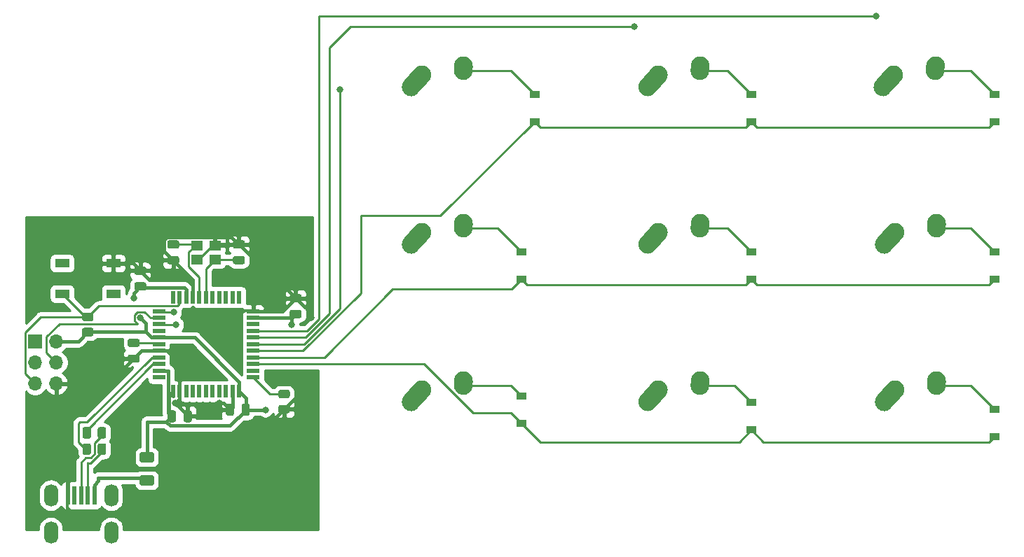
<source format=gbl>
%TF.GenerationSoftware,KiCad,Pcbnew,(5.1.10-1-10_14)*%
%TF.CreationDate,2021-07-24T22:10:12-05:00*%
%TF.ProjectId,Untitled,556e7469-746c-4656-942e-6b696361645f,rev?*%
%TF.SameCoordinates,Original*%
%TF.FileFunction,Copper,L2,Bot*%
%TF.FilePolarity,Positive*%
%FSLAX46Y46*%
G04 Gerber Fmt 4.6, Leading zero omitted, Abs format (unit mm)*
G04 Created by KiCad (PCBNEW (5.1.10-1-10_14)) date 2021-07-24 22:10:12*
%MOMM*%
%LPD*%
G01*
G04 APERTURE LIST*
%TA.AperFunction,ComponentPad*%
%ADD10O,1.700000X1.700000*%
%TD*%
%TA.AperFunction,ComponentPad*%
%ADD11R,1.700000X1.700000*%
%TD*%
%TA.AperFunction,SMDPad,CuDef*%
%ADD12R,0.500000X2.250000*%
%TD*%
%TA.AperFunction,ComponentPad*%
%ADD13O,1.700000X2.700000*%
%TD*%
%TA.AperFunction,ComponentPad*%
%ADD14C,2.250000*%
%TD*%
%TA.AperFunction,SMDPad,CuDef*%
%ADD15R,1.200000X0.900000*%
%TD*%
%TA.AperFunction,SMDPad,CuDef*%
%ADD16R,1.400000X1.200000*%
%TD*%
%TA.AperFunction,SMDPad,CuDef*%
%ADD17R,1.500000X0.550000*%
%TD*%
%TA.AperFunction,SMDPad,CuDef*%
%ADD18R,0.550000X1.500000*%
%TD*%
%TA.AperFunction,SMDPad,CuDef*%
%ADD19R,1.800000X1.100000*%
%TD*%
%TA.AperFunction,ViaPad*%
%ADD20C,0.800000*%
%TD*%
%TA.AperFunction,Conductor*%
%ADD21C,0.381000*%
%TD*%
%TA.AperFunction,Conductor*%
%ADD22C,0.254000*%
%TD*%
%TA.AperFunction,Conductor*%
%ADD23C,0.100000*%
%TD*%
G04 APERTURE END LIST*
D10*
%TO.P,J1,6*%
%TO.N,GND*%
X46990000Y-101600000D03*
%TO.P,J1,5*%
%TO.N,Net-(J1-Pad5)*%
X44450000Y-101600000D03*
%TO.P,J1,4*%
%TO.N,Net-(J1-Pad4)*%
X46990000Y-99060000D03*
%TO.P,J1,3*%
%TO.N,Net-(J1-Pad3)*%
X44450000Y-99060000D03*
%TO.P,J1,2*%
%TO.N,+5V*%
X46990000Y-96520000D03*
D11*
%TO.P,J1,1*%
%TO.N,Net-(J1-Pad1)*%
X44450000Y-96520000D03*
%TD*%
D12*
%TO.P,USB1,1*%
%TO.N,GND*%
X48406250Y-115134000D03*
%TO.P,USB1,2*%
%TO.N,Net-(USB1-Pad2)*%
X49206250Y-115134000D03*
%TO.P,USB1,3*%
%TO.N,D-*%
X50006250Y-115134000D03*
%TO.P,USB1,4*%
%TO.N,D+*%
X50806250Y-115134000D03*
%TO.P,USB1,5*%
%TO.N,VCC*%
X51606250Y-115134000D03*
D13*
%TO.P,USB1,6*%
%TO.N,Net-(USB1-Pad6)*%
X53656250Y-115134000D03*
X46356250Y-115134000D03*
X46356250Y-119634000D03*
X53656250Y-119634000D03*
%TD*%
D14*
%TO.P,MX9,1*%
%TO.N,COL2*%
X148153750Y-64262500D03*
%TA.AperFunction,ComponentPad*%
G36*
G01*
X146092438Y-66559850D02*
X146092433Y-66559845D01*
G75*
G02*
X146006405Y-64971183I751317J837345D01*
G01*
X147316407Y-63511183D01*
G75*
G02*
X148905069Y-63425155I837345J-751317D01*
G01*
X148905069Y-63425155D01*
G75*
G02*
X148991097Y-65013817I-751317J-837345D01*
G01*
X147681095Y-66473817D01*
G75*
G02*
X146092433Y-66559845I-837345J751317D01*
G01*
G37*
%TD.AperFunction*%
%TO.P,MX9,2*%
%TO.N,Net-(D9-Pad2)*%
X153193750Y-63182500D03*
%TA.AperFunction,ComponentPad*%
G36*
G01*
X153077233Y-64884895D02*
X153076347Y-64884834D01*
G75*
G02*
X152031416Y-63685097I77403J1122334D01*
G01*
X152071416Y-63105097D01*
G75*
G02*
X153271153Y-62060166I1122334J-77403D01*
G01*
X153271153Y-62060166D01*
G75*
G02*
X154316084Y-63259903I-77403J-1122334D01*
G01*
X154276084Y-63839903D01*
G75*
G02*
X153076347Y-64884834I-1122334J77403D01*
G01*
G37*
%TD.AperFunction*%
%TD*%
%TO.P,MX5,1*%
%TO.N,COL0*%
X91162500Y-102362500D03*
%TA.AperFunction,ComponentPad*%
G36*
G01*
X89101188Y-104659850D02*
X89101183Y-104659845D01*
G75*
G02*
X89015155Y-103071183I751317J837345D01*
G01*
X90325157Y-101611183D01*
G75*
G02*
X91913819Y-101525155I837345J-751317D01*
G01*
X91913819Y-101525155D01*
G75*
G02*
X91999847Y-103113817I-751317J-837345D01*
G01*
X90689845Y-104573817D01*
G75*
G02*
X89101183Y-104659845I-837345J751317D01*
G01*
G37*
%TD.AperFunction*%
%TO.P,MX5,2*%
%TO.N,Net-(D5-Pad2)*%
X96202500Y-101282500D03*
%TA.AperFunction,ComponentPad*%
G36*
G01*
X96085983Y-102984895D02*
X96085097Y-102984834D01*
G75*
G02*
X95040166Y-101785097I77403J1122334D01*
G01*
X95080166Y-101205097D01*
G75*
G02*
X96279903Y-100160166I1122334J-77403D01*
G01*
X96279903Y-100160166D01*
G75*
G02*
X97324834Y-101359903I-77403J-1122334D01*
G01*
X97284834Y-101939903D01*
G75*
G02*
X96085097Y-102984834I-1122334J77403D01*
G01*
G37*
%TD.AperFunction*%
%TD*%
%TO.P,MX1,1*%
%TO.N,COL0*%
X91162500Y-64262500D03*
%TA.AperFunction,ComponentPad*%
G36*
G01*
X89101188Y-66559850D02*
X89101183Y-66559845D01*
G75*
G02*
X89015155Y-64971183I751317J837345D01*
G01*
X90325157Y-63511183D01*
G75*
G02*
X91913819Y-63425155I837345J-751317D01*
G01*
X91913819Y-63425155D01*
G75*
G02*
X91999847Y-65013817I-751317J-837345D01*
G01*
X90689845Y-66473817D01*
G75*
G02*
X89101183Y-66559845I-837345J751317D01*
G01*
G37*
%TD.AperFunction*%
%TO.P,MX1,2*%
%TO.N,Net-(D1-Pad2)*%
X96202500Y-63182500D03*
%TA.AperFunction,ComponentPad*%
G36*
G01*
X96085983Y-64884895D02*
X96085097Y-64884834D01*
G75*
G02*
X95040166Y-63685097I77403J1122334D01*
G01*
X95080166Y-63105097D01*
G75*
G02*
X96279903Y-62060166I1122334J-77403D01*
G01*
X96279903Y-62060166D01*
G75*
G02*
X97324834Y-63259903I-77403J-1122334D01*
G01*
X97284834Y-63839903D01*
G75*
G02*
X96085097Y-64884834I-1122334J77403D01*
G01*
G37*
%TD.AperFunction*%
%TD*%
%TO.P,MX6,1*%
%TO.N,COL1*%
X119737500Y-102362500D03*
%TA.AperFunction,ComponentPad*%
G36*
G01*
X117676188Y-104659850D02*
X117676183Y-104659845D01*
G75*
G02*
X117590155Y-103071183I751317J837345D01*
G01*
X118900157Y-101611183D01*
G75*
G02*
X120488819Y-101525155I837345J-751317D01*
G01*
X120488819Y-101525155D01*
G75*
G02*
X120574847Y-103113817I-751317J-837345D01*
G01*
X119264845Y-104573817D01*
G75*
G02*
X117676183Y-104659845I-837345J751317D01*
G01*
G37*
%TD.AperFunction*%
%TO.P,MX6,2*%
%TO.N,Net-(D6-Pad2)*%
X124777500Y-101282500D03*
%TA.AperFunction,ComponentPad*%
G36*
G01*
X124660983Y-102984895D02*
X124660097Y-102984834D01*
G75*
G02*
X123615166Y-101785097I77403J1122334D01*
G01*
X123655166Y-101205097D01*
G75*
G02*
X124854903Y-100160166I1122334J-77403D01*
G01*
X124854903Y-100160166D01*
G75*
G02*
X125899834Y-101359903I-77403J-1122334D01*
G01*
X125859834Y-101939903D01*
G75*
G02*
X124660097Y-102984834I-1122334J77403D01*
G01*
G37*
%TD.AperFunction*%
%TD*%
%TO.P,MX8,1*%
%TO.N,COL2*%
X148312500Y-102362500D03*
%TA.AperFunction,ComponentPad*%
G36*
G01*
X146251188Y-104659850D02*
X146251183Y-104659845D01*
G75*
G02*
X146165155Y-103071183I751317J837345D01*
G01*
X147475157Y-101611183D01*
G75*
G02*
X149063819Y-101525155I837345J-751317D01*
G01*
X149063819Y-101525155D01*
G75*
G02*
X149149847Y-103113817I-751317J-837345D01*
G01*
X147839845Y-104573817D01*
G75*
G02*
X146251183Y-104659845I-837345J751317D01*
G01*
G37*
%TD.AperFunction*%
%TO.P,MX8,2*%
%TO.N,Net-(D8-Pad2)*%
X153352500Y-101282500D03*
%TA.AperFunction,ComponentPad*%
G36*
G01*
X153235983Y-102984895D02*
X153235097Y-102984834D01*
G75*
G02*
X152190166Y-101785097I77403J1122334D01*
G01*
X152230166Y-101205097D01*
G75*
G02*
X153429903Y-100160166I1122334J-77403D01*
G01*
X153429903Y-100160166D01*
G75*
G02*
X154474834Y-101359903I-77403J-1122334D01*
G01*
X154434834Y-101939903D01*
G75*
G02*
X153235097Y-102984834I-1122334J77403D01*
G01*
G37*
%TD.AperFunction*%
%TD*%
%TO.P,MX7,1*%
%TO.N,COL2*%
X148312500Y-83312500D03*
%TA.AperFunction,ComponentPad*%
G36*
G01*
X146251188Y-85609850D02*
X146251183Y-85609845D01*
G75*
G02*
X146165155Y-84021183I751317J837345D01*
G01*
X147475157Y-82561183D01*
G75*
G02*
X149063819Y-82475155I837345J-751317D01*
G01*
X149063819Y-82475155D01*
G75*
G02*
X149149847Y-84063817I-751317J-837345D01*
G01*
X147839845Y-85523817D01*
G75*
G02*
X146251183Y-85609845I-837345J751317D01*
G01*
G37*
%TD.AperFunction*%
%TO.P,MX7,2*%
%TO.N,Net-(D7-Pad2)*%
X153352500Y-82232500D03*
%TA.AperFunction,ComponentPad*%
G36*
G01*
X153235983Y-83934895D02*
X153235097Y-83934834D01*
G75*
G02*
X152190166Y-82735097I77403J1122334D01*
G01*
X152230166Y-82155097D01*
G75*
G02*
X153429903Y-81110166I1122334J-77403D01*
G01*
X153429903Y-81110166D01*
G75*
G02*
X154474834Y-82309903I-77403J-1122334D01*
G01*
X154434834Y-82889903D01*
G75*
G02*
X153235097Y-83934834I-1122334J77403D01*
G01*
G37*
%TD.AperFunction*%
%TD*%
D15*
%TO.P,D9,2*%
%TO.N,Net-(D9-Pad2)*%
X160337500Y-66612500D03*
%TO.P,D9,1*%
%TO.N,ROW0*%
X160337500Y-69912500D03*
%TD*%
%TO.P,D8,2*%
%TO.N,Net-(D8-Pad2)*%
X160337500Y-104712500D03*
%TO.P,D8,1*%
%TO.N,ROW2*%
X160337500Y-108012500D03*
%TD*%
%TO.P,D7,2*%
%TO.N,Net-(D7-Pad2)*%
X160337500Y-85662500D03*
%TO.P,D7,1*%
%TO.N,ROW1*%
X160337500Y-88962500D03*
%TD*%
%TO.P,D6,2*%
%TO.N,Net-(D6-Pad2)*%
X130968750Y-103918750D03*
%TO.P,D6,1*%
%TO.N,ROW2*%
X130968750Y-107218750D03*
%TD*%
%TO.P,D5,2*%
%TO.N,Net-(D5-Pad2)*%
X103187500Y-103125000D03*
%TO.P,D5,1*%
%TO.N,ROW2*%
X103187500Y-106425000D03*
%TD*%
D16*
%TO.P,Y1,1*%
%TO.N,Net-(C3-Pad1)*%
X66187500Y-86575000D03*
%TO.P,Y1,2*%
%TO.N,GND*%
X63987500Y-86575000D03*
%TO.P,Y1,3*%
%TO.N,Net-(C4-Pad1)*%
X63987500Y-84875000D03*
%TO.P,Y1,4*%
%TO.N,GND*%
X66187500Y-84875000D03*
%TD*%
D17*
%TO.P,U1,1*%
%TO.N,Net-(U1-Pad1)*%
X59387500Y-100837500D03*
%TO.P,U1,2*%
%TO.N,+5V*%
X59387500Y-100037500D03*
%TO.P,U1,3*%
%TO.N,Net-(R1-Pad1)*%
X59387500Y-99237500D03*
%TO.P,U1,4*%
%TO.N,Net-(R2-Pad1)*%
X59387500Y-98437500D03*
%TO.P,U1,5*%
%TO.N,GND*%
X59387500Y-97637500D03*
%TO.P,U1,6*%
%TO.N,Net-(C7-Pad1)*%
X59387500Y-96837500D03*
%TO.P,U1,7*%
%TO.N,+5V*%
X59387500Y-96037500D03*
%TO.P,U1,8*%
%TO.N,Net-(U1-Pad8)*%
X59387500Y-95237500D03*
%TO.P,U1,9*%
%TO.N,Net-(J1-Pad3)*%
X59387500Y-94437500D03*
%TO.P,U1,10*%
%TO.N,Net-(J1-Pad4)*%
X59387500Y-93637500D03*
%TO.P,U1,11*%
%TO.N,Net-(J1-Pad1)*%
X59387500Y-92837500D03*
D18*
%TO.P,U1,12*%
%TO.N,Net-(U1-Pad12)*%
X61087500Y-91137500D03*
%TO.P,U1,13*%
%TO.N,Net-(J1-Pad5)*%
X61887500Y-91137500D03*
%TO.P,U1,14*%
%TO.N,+5V*%
X62687500Y-91137500D03*
%TO.P,U1,15*%
%TO.N,GND*%
X63487500Y-91137500D03*
%TO.P,U1,16*%
%TO.N,Net-(C4-Pad1)*%
X64287500Y-91137500D03*
%TO.P,U1,17*%
%TO.N,Net-(C3-Pad1)*%
X65087500Y-91137500D03*
%TO.P,U1,18*%
%TO.N,Net-(U1-Pad18)*%
X65887500Y-91137500D03*
%TO.P,U1,19*%
%TO.N,Net-(U1-Pad19)*%
X66687500Y-91137500D03*
%TO.P,U1,20*%
%TO.N,Net-(U1-Pad20)*%
X67487500Y-91137500D03*
%TO.P,U1,21*%
%TO.N,Net-(U1-Pad21)*%
X68287500Y-91137500D03*
%TO.P,U1,22*%
%TO.N,Net-(U1-Pad22)*%
X69087500Y-91137500D03*
D17*
%TO.P,U1,23*%
%TO.N,GND*%
X70787500Y-92837500D03*
%TO.P,U1,24*%
%TO.N,+5V*%
X70787500Y-93637500D03*
%TO.P,U1,25*%
%TO.N,Net-(U1-Pad25)*%
X70787500Y-94437500D03*
%TO.P,U1,26*%
%TO.N,COL2*%
X70787500Y-95237500D03*
%TO.P,U1,27*%
%TO.N,COL1*%
X70787500Y-96037500D03*
%TO.P,U1,28*%
%TO.N,COL0*%
X70787500Y-96837500D03*
%TO.P,U1,29*%
%TO.N,ROW0*%
X70787500Y-97637500D03*
%TO.P,U1,30*%
%TO.N,ROW1*%
X70787500Y-98437500D03*
%TO.P,U1,31*%
%TO.N,ROW2*%
X70787500Y-99237500D03*
%TO.P,U1,32*%
%TO.N,Net-(U1-Pad32)*%
X70787500Y-100037500D03*
%TO.P,U1,33*%
%TO.N,Net-(R4-Pad2)*%
X70787500Y-100837500D03*
D18*
%TO.P,U1,34*%
%TO.N,+5V*%
X69087500Y-102537500D03*
%TO.P,U1,35*%
%TO.N,GND*%
X68287500Y-102537500D03*
%TO.P,U1,36*%
%TO.N,Net-(U1-Pad36)*%
X67487500Y-102537500D03*
%TO.P,U1,37*%
%TO.N,Net-(U1-Pad37)*%
X66687500Y-102537500D03*
%TO.P,U1,38*%
%TO.N,Net-(U1-Pad38)*%
X65887500Y-102537500D03*
%TO.P,U1,39*%
%TO.N,Net-(U1-Pad39)*%
X65087500Y-102537500D03*
%TO.P,U1,40*%
%TO.N,Net-(U1-Pad40)*%
X64287500Y-102537500D03*
%TO.P,U1,41*%
%TO.N,Net-(U1-Pad41)*%
X63487500Y-102537500D03*
%TO.P,U1,42*%
%TO.N,Net-(U1-Pad42)*%
X62687500Y-102537500D03*
%TO.P,U1,43*%
%TO.N,GND*%
X61887500Y-102537500D03*
%TO.P,U1,44*%
%TO.N,+5V*%
X61087500Y-102537500D03*
%TD*%
D19*
%TO.P,SW1,1*%
%TO.N,GND*%
X53900000Y-87050000D03*
%TO.P,SW1,2*%
%TO.N,Net-(J1-Pad5)*%
X47700000Y-90750000D03*
%TO.P,SW1,3*%
%TO.N,N/C*%
X53900000Y-90750000D03*
%TO.P,SW1,4*%
X47700000Y-87050000D03*
%TD*%
%TO.P,R4,1*%
%TO.N,GND*%
%TA.AperFunction,SMDPad,CuDef*%
G36*
G01*
X74967252Y-105215750D02*
X74067248Y-105215750D01*
G75*
G02*
X73817250Y-104965752I0J249998D01*
G01*
X73817250Y-104440748D01*
G75*
G02*
X74067248Y-104190750I249998J0D01*
G01*
X74967252Y-104190750D01*
G75*
G02*
X75217250Y-104440748I0J-249998D01*
G01*
X75217250Y-104965752D01*
G75*
G02*
X74967252Y-105215750I-249998J0D01*
G01*
G37*
%TD.AperFunction*%
%TO.P,R4,2*%
%TO.N,Net-(R4-Pad2)*%
%TA.AperFunction,SMDPad,CuDef*%
G36*
G01*
X74967252Y-103390750D02*
X74067248Y-103390750D01*
G75*
G02*
X73817250Y-103140752I0J249998D01*
G01*
X73817250Y-102615748D01*
G75*
G02*
X74067248Y-102365750I249998J0D01*
G01*
X74967252Y-102365750D01*
G75*
G02*
X75217250Y-102615748I0J-249998D01*
G01*
X75217250Y-103140752D01*
G75*
G02*
X74967252Y-103390750I-249998J0D01*
G01*
G37*
%TD.AperFunction*%
%TD*%
%TO.P,R3,1*%
%TO.N,+5V*%
%TA.AperFunction,SMDPad,CuDef*%
G36*
G01*
X51250002Y-95881250D02*
X50349998Y-95881250D01*
G75*
G02*
X50100000Y-95631252I0J249998D01*
G01*
X50100000Y-95106248D01*
G75*
G02*
X50349998Y-94856250I249998J0D01*
G01*
X51250002Y-94856250D01*
G75*
G02*
X51500000Y-95106248I0J-249998D01*
G01*
X51500000Y-95631252D01*
G75*
G02*
X51250002Y-95881250I-249998J0D01*
G01*
G37*
%TD.AperFunction*%
%TO.P,R3,2*%
%TO.N,Net-(J1-Pad5)*%
%TA.AperFunction,SMDPad,CuDef*%
G36*
G01*
X51250002Y-94056250D02*
X50349998Y-94056250D01*
G75*
G02*
X50100000Y-93806252I0J249998D01*
G01*
X50100000Y-93281248D01*
G75*
G02*
X50349998Y-93031250I249998J0D01*
G01*
X51250002Y-93031250D01*
G75*
G02*
X51500000Y-93281248I0J-249998D01*
G01*
X51500000Y-93806252D01*
G75*
G02*
X51250002Y-94056250I-249998J0D01*
G01*
G37*
%TD.AperFunction*%
%TD*%
%TO.P,R2,1*%
%TO.N,Net-(R2-Pad1)*%
%TA.AperFunction,SMDPad,CuDef*%
G36*
G01*
X50168750Y-109987502D02*
X50168750Y-109087498D01*
G75*
G02*
X50418748Y-108837500I249998J0D01*
G01*
X50943752Y-108837500D01*
G75*
G02*
X51193750Y-109087498I0J-249998D01*
G01*
X51193750Y-109987502D01*
G75*
G02*
X50943752Y-110237500I-249998J0D01*
G01*
X50418748Y-110237500D01*
G75*
G02*
X50168750Y-109987502I0J249998D01*
G01*
G37*
%TD.AperFunction*%
%TO.P,R2,2*%
%TO.N,D+*%
%TA.AperFunction,SMDPad,CuDef*%
G36*
G01*
X51993750Y-109987502D02*
X51993750Y-109087498D01*
G75*
G02*
X52243748Y-108837500I249998J0D01*
G01*
X52768752Y-108837500D01*
G75*
G02*
X53018750Y-109087498I0J-249998D01*
G01*
X53018750Y-109987502D01*
G75*
G02*
X52768752Y-110237500I-249998J0D01*
G01*
X52243748Y-110237500D01*
G75*
G02*
X51993750Y-109987502I0J249998D01*
G01*
G37*
%TD.AperFunction*%
%TD*%
%TO.P,R1,1*%
%TO.N,Net-(R1-Pad1)*%
%TA.AperFunction,SMDPad,CuDef*%
G36*
G01*
X50168750Y-108019002D02*
X50168750Y-107118998D01*
G75*
G02*
X50418748Y-106869000I249998J0D01*
G01*
X50943752Y-106869000D01*
G75*
G02*
X51193750Y-107118998I0J-249998D01*
G01*
X51193750Y-108019002D01*
G75*
G02*
X50943752Y-108269000I-249998J0D01*
G01*
X50418748Y-108269000D01*
G75*
G02*
X50168750Y-108019002I0J249998D01*
G01*
G37*
%TD.AperFunction*%
%TO.P,R1,2*%
%TO.N,D-*%
%TA.AperFunction,SMDPad,CuDef*%
G36*
G01*
X51993750Y-108019002D02*
X51993750Y-107118998D01*
G75*
G02*
X52243748Y-106869000I249998J0D01*
G01*
X52768752Y-106869000D01*
G75*
G02*
X53018750Y-107118998I0J-249998D01*
G01*
X53018750Y-108019002D01*
G75*
G02*
X52768752Y-108269000I-249998J0D01*
G01*
X52243748Y-108269000D01*
G75*
G02*
X51993750Y-108019002I0J249998D01*
G01*
G37*
%TD.AperFunction*%
%TD*%
D14*
%TO.P,MX2,1*%
%TO.N,COL1*%
X119737500Y-64262500D03*
%TA.AperFunction,ComponentPad*%
G36*
G01*
X117676188Y-66559850D02*
X117676183Y-66559845D01*
G75*
G02*
X117590155Y-64971183I751317J837345D01*
G01*
X118900157Y-63511183D01*
G75*
G02*
X120488819Y-63425155I837345J-751317D01*
G01*
X120488819Y-63425155D01*
G75*
G02*
X120574847Y-65013817I-751317J-837345D01*
G01*
X119264845Y-66473817D01*
G75*
G02*
X117676183Y-66559845I-837345J751317D01*
G01*
G37*
%TD.AperFunction*%
%TO.P,MX2,2*%
%TO.N,Net-(D2-Pad2)*%
X124777500Y-63182500D03*
%TA.AperFunction,ComponentPad*%
G36*
G01*
X124660983Y-64884895D02*
X124660097Y-64884834D01*
G75*
G02*
X123615166Y-63685097I77403J1122334D01*
G01*
X123655166Y-63105097D01*
G75*
G02*
X124854903Y-62060166I1122334J-77403D01*
G01*
X124854903Y-62060166D01*
G75*
G02*
X125899834Y-63259903I-77403J-1122334D01*
G01*
X125859834Y-63839903D01*
G75*
G02*
X124660097Y-64884834I-1122334J77403D01*
G01*
G37*
%TD.AperFunction*%
%TD*%
%TO.P,MX4,1*%
%TO.N,COL1*%
X119737500Y-83312500D03*
%TA.AperFunction,ComponentPad*%
G36*
G01*
X117676188Y-85609850D02*
X117676183Y-85609845D01*
G75*
G02*
X117590155Y-84021183I751317J837345D01*
G01*
X118900157Y-82561183D01*
G75*
G02*
X120488819Y-82475155I837345J-751317D01*
G01*
X120488819Y-82475155D01*
G75*
G02*
X120574847Y-84063817I-751317J-837345D01*
G01*
X119264845Y-85523817D01*
G75*
G02*
X117676183Y-85609845I-837345J751317D01*
G01*
G37*
%TD.AperFunction*%
%TO.P,MX4,2*%
%TO.N,Net-(D4-Pad2)*%
X124777500Y-82232500D03*
%TA.AperFunction,ComponentPad*%
G36*
G01*
X124660983Y-83934895D02*
X124660097Y-83934834D01*
G75*
G02*
X123615166Y-82735097I77403J1122334D01*
G01*
X123655166Y-82155097D01*
G75*
G02*
X124854903Y-81110166I1122334J-77403D01*
G01*
X124854903Y-81110166D01*
G75*
G02*
X125899834Y-82309903I-77403J-1122334D01*
G01*
X125859834Y-82889903D01*
G75*
G02*
X124660097Y-83934834I-1122334J77403D01*
G01*
G37*
%TD.AperFunction*%
%TD*%
%TO.P,MX3,1*%
%TO.N,COL0*%
X91162500Y-83312500D03*
%TA.AperFunction,ComponentPad*%
G36*
G01*
X89101188Y-85609850D02*
X89101183Y-85609845D01*
G75*
G02*
X89015155Y-84021183I751317J837345D01*
G01*
X90325157Y-82561183D01*
G75*
G02*
X91913819Y-82475155I837345J-751317D01*
G01*
X91913819Y-82475155D01*
G75*
G02*
X91999847Y-84063817I-751317J-837345D01*
G01*
X90689845Y-85523817D01*
G75*
G02*
X89101183Y-85609845I-837345J751317D01*
G01*
G37*
%TD.AperFunction*%
%TO.P,MX3,2*%
%TO.N,Net-(D3-Pad2)*%
X96202500Y-82232500D03*
%TA.AperFunction,ComponentPad*%
G36*
G01*
X96085983Y-83934895D02*
X96085097Y-83934834D01*
G75*
G02*
X95040166Y-82735097I77403J1122334D01*
G01*
X95080166Y-82155097D01*
G75*
G02*
X96279903Y-81110166I1122334J-77403D01*
G01*
X96279903Y-81110166D01*
G75*
G02*
X97324834Y-82309903I-77403J-1122334D01*
G01*
X97284834Y-82889903D01*
G75*
G02*
X96085097Y-83934834I-1122334J77403D01*
G01*
G37*
%TD.AperFunction*%
%TD*%
%TO.P,F1,1*%
%TO.N,+5V*%
%TA.AperFunction,SMDPad,CuDef*%
G36*
G01*
X57318750Y-109893750D02*
X58568750Y-109893750D01*
G75*
G02*
X58818750Y-110143750I0J-250000D01*
G01*
X58818750Y-110893750D01*
G75*
G02*
X58568750Y-111143750I-250000J0D01*
G01*
X57318750Y-111143750D01*
G75*
G02*
X57068750Y-110893750I0J250000D01*
G01*
X57068750Y-110143750D01*
G75*
G02*
X57318750Y-109893750I250000J0D01*
G01*
G37*
%TD.AperFunction*%
%TO.P,F1,2*%
%TO.N,VCC*%
%TA.AperFunction,SMDPad,CuDef*%
G36*
G01*
X57318750Y-112693750D02*
X58568750Y-112693750D01*
G75*
G02*
X58818750Y-112943750I0J-250000D01*
G01*
X58818750Y-113693750D01*
G75*
G02*
X58568750Y-113943750I-250000J0D01*
G01*
X57318750Y-113943750D01*
G75*
G02*
X57068750Y-113693750I0J250000D01*
G01*
X57068750Y-112943750D01*
G75*
G02*
X57318750Y-112693750I250000J0D01*
G01*
G37*
%TD.AperFunction*%
%TD*%
D15*
%TO.P,D2,2*%
%TO.N,Net-(D2-Pad2)*%
X130968750Y-66612500D03*
%TO.P,D2,1*%
%TO.N,ROW0*%
X130968750Y-69912500D03*
%TD*%
%TO.P,D4,2*%
%TO.N,Net-(D4-Pad2)*%
X130968750Y-85662500D03*
%TO.P,D4,1*%
%TO.N,ROW1*%
X130968750Y-88962500D03*
%TD*%
%TO.P,D3,2*%
%TO.N,Net-(D3-Pad2)*%
X103187500Y-85662500D03*
%TO.P,D3,1*%
%TO.N,ROW1*%
X103187500Y-88962500D03*
%TD*%
%TO.P,D1,2*%
%TO.N,Net-(D1-Pad2)*%
X104775000Y-66612500D03*
%TO.P,D1,1*%
%TO.N,ROW0*%
X104775000Y-69912500D03*
%TD*%
%TO.P,C7,1*%
%TO.N,Net-(C7-Pad1)*%
%TA.AperFunction,SMDPad,CuDef*%
G36*
G01*
X55881250Y-96181250D02*
X56831250Y-96181250D01*
G75*
G02*
X57081250Y-96431250I0J-250000D01*
G01*
X57081250Y-96931250D01*
G75*
G02*
X56831250Y-97181250I-250000J0D01*
G01*
X55881250Y-97181250D01*
G75*
G02*
X55631250Y-96931250I0J250000D01*
G01*
X55631250Y-96431250D01*
G75*
G02*
X55881250Y-96181250I250000J0D01*
G01*
G37*
%TD.AperFunction*%
%TO.P,C7,2*%
%TO.N,GND*%
%TA.AperFunction,SMDPad,CuDef*%
G36*
G01*
X55881250Y-98081250D02*
X56831250Y-98081250D01*
G75*
G02*
X57081250Y-98331250I0J-250000D01*
G01*
X57081250Y-98831250D01*
G75*
G02*
X56831250Y-99081250I-250000J0D01*
G01*
X55881250Y-99081250D01*
G75*
G02*
X55631250Y-98831250I0J250000D01*
G01*
X55631250Y-98331250D01*
G75*
G02*
X55881250Y-98081250I250000J0D01*
G01*
G37*
%TD.AperFunction*%
%TD*%
%TO.P,C6,1*%
%TO.N,+5V*%
%TA.AperFunction,SMDPad,CuDef*%
G36*
G01*
X70379250Y-104300000D02*
X70379250Y-105250000D01*
G75*
G02*
X70129250Y-105500000I-250000J0D01*
G01*
X69629250Y-105500000D01*
G75*
G02*
X69379250Y-105250000I0J250000D01*
G01*
X69379250Y-104300000D01*
G75*
G02*
X69629250Y-104050000I250000J0D01*
G01*
X70129250Y-104050000D01*
G75*
G02*
X70379250Y-104300000I0J-250000D01*
G01*
G37*
%TD.AperFunction*%
%TO.P,C6,2*%
%TO.N,GND*%
%TA.AperFunction,SMDPad,CuDef*%
G36*
G01*
X68479250Y-104300000D02*
X68479250Y-105250000D01*
G75*
G02*
X68229250Y-105500000I-250000J0D01*
G01*
X67729250Y-105500000D01*
G75*
G02*
X67479250Y-105250000I0J250000D01*
G01*
X67479250Y-104300000D01*
G75*
G02*
X67729250Y-104050000I250000J0D01*
G01*
X68229250Y-104050000D01*
G75*
G02*
X68479250Y-104300000I0J-250000D01*
G01*
G37*
%TD.AperFunction*%
%TD*%
%TO.P,C5,1*%
%TO.N,+5V*%
%TA.AperFunction,SMDPad,CuDef*%
G36*
G01*
X76389250Y-93683750D02*
X75439250Y-93683750D01*
G75*
G02*
X75189250Y-93433750I0J250000D01*
G01*
X75189250Y-92933750D01*
G75*
G02*
X75439250Y-92683750I250000J0D01*
G01*
X76389250Y-92683750D01*
G75*
G02*
X76639250Y-92933750I0J-250000D01*
G01*
X76639250Y-93433750D01*
G75*
G02*
X76389250Y-93683750I-250000J0D01*
G01*
G37*
%TD.AperFunction*%
%TO.P,C5,2*%
%TO.N,GND*%
%TA.AperFunction,SMDPad,CuDef*%
G36*
G01*
X76389250Y-91783750D02*
X75439250Y-91783750D01*
G75*
G02*
X75189250Y-91533750I0J250000D01*
G01*
X75189250Y-91033750D01*
G75*
G02*
X75439250Y-90783750I250000J0D01*
G01*
X76389250Y-90783750D01*
G75*
G02*
X76639250Y-91033750I0J-250000D01*
G01*
X76639250Y-91533750D01*
G75*
G02*
X76389250Y-91783750I-250000J0D01*
G01*
G37*
%TD.AperFunction*%
%TD*%
%TO.P,C4,1*%
%TO.N,Net-(C4-Pad1)*%
%TA.AperFunction,SMDPad,CuDef*%
G36*
G01*
X60643750Y-84275000D02*
X61593750Y-84275000D01*
G75*
G02*
X61843750Y-84525000I0J-250000D01*
G01*
X61843750Y-85025000D01*
G75*
G02*
X61593750Y-85275000I-250000J0D01*
G01*
X60643750Y-85275000D01*
G75*
G02*
X60393750Y-85025000I0J250000D01*
G01*
X60393750Y-84525000D01*
G75*
G02*
X60643750Y-84275000I250000J0D01*
G01*
G37*
%TD.AperFunction*%
%TO.P,C4,2*%
%TO.N,GND*%
%TA.AperFunction,SMDPad,CuDef*%
G36*
G01*
X60643750Y-86175000D02*
X61593750Y-86175000D01*
G75*
G02*
X61843750Y-86425000I0J-250000D01*
G01*
X61843750Y-86925000D01*
G75*
G02*
X61593750Y-87175000I-250000J0D01*
G01*
X60643750Y-87175000D01*
G75*
G02*
X60393750Y-86925000I0J250000D01*
G01*
X60393750Y-86425000D01*
G75*
G02*
X60643750Y-86175000I250000J0D01*
G01*
G37*
%TD.AperFunction*%
%TD*%
%TO.P,C3,1*%
%TO.N,Net-(C3-Pad1)*%
%TA.AperFunction,SMDPad,CuDef*%
G36*
G01*
X69531250Y-87175000D02*
X68581250Y-87175000D01*
G75*
G02*
X68331250Y-86925000I0J250000D01*
G01*
X68331250Y-86425000D01*
G75*
G02*
X68581250Y-86175000I250000J0D01*
G01*
X69531250Y-86175000D01*
G75*
G02*
X69781250Y-86425000I0J-250000D01*
G01*
X69781250Y-86925000D01*
G75*
G02*
X69531250Y-87175000I-250000J0D01*
G01*
G37*
%TD.AperFunction*%
%TO.P,C3,2*%
%TO.N,GND*%
%TA.AperFunction,SMDPad,CuDef*%
G36*
G01*
X69531250Y-85275000D02*
X68581250Y-85275000D01*
G75*
G02*
X68331250Y-85025000I0J250000D01*
G01*
X68331250Y-84525000D01*
G75*
G02*
X68581250Y-84275000I250000J0D01*
G01*
X69531250Y-84275000D01*
G75*
G02*
X69781250Y-84525000I0J-250000D01*
G01*
X69781250Y-85025000D01*
G75*
G02*
X69531250Y-85275000I-250000J0D01*
G01*
G37*
%TD.AperFunction*%
%TD*%
%TO.P,C2,1*%
%TO.N,+5V*%
%TA.AperFunction,SMDPad,CuDef*%
G36*
G01*
X57625000Y-90350000D02*
X56675000Y-90350000D01*
G75*
G02*
X56425000Y-90100000I0J250000D01*
G01*
X56425000Y-89600000D01*
G75*
G02*
X56675000Y-89350000I250000J0D01*
G01*
X57625000Y-89350000D01*
G75*
G02*
X57875000Y-89600000I0J-250000D01*
G01*
X57875000Y-90100000D01*
G75*
G02*
X57625000Y-90350000I-250000J0D01*
G01*
G37*
%TD.AperFunction*%
%TO.P,C2,2*%
%TO.N,GND*%
%TA.AperFunction,SMDPad,CuDef*%
G36*
G01*
X57625000Y-88450000D02*
X56675000Y-88450000D01*
G75*
G02*
X56425000Y-88200000I0J250000D01*
G01*
X56425000Y-87700000D01*
G75*
G02*
X56675000Y-87450000I250000J0D01*
G01*
X57625000Y-87450000D01*
G75*
G02*
X57875000Y-87700000I0J-250000D01*
G01*
X57875000Y-88200000D01*
G75*
G02*
X57625000Y-88450000I-250000J0D01*
G01*
G37*
%TD.AperFunction*%
%TD*%
%TO.P,C1,1*%
%TO.N,+5V*%
%TA.AperFunction,SMDPad,CuDef*%
G36*
G01*
X60462500Y-106043750D02*
X60462500Y-105093750D01*
G75*
G02*
X60712500Y-104843750I250000J0D01*
G01*
X61212500Y-104843750D01*
G75*
G02*
X61462500Y-105093750I0J-250000D01*
G01*
X61462500Y-106043750D01*
G75*
G02*
X61212500Y-106293750I-250000J0D01*
G01*
X60712500Y-106293750D01*
G75*
G02*
X60462500Y-106043750I0J250000D01*
G01*
G37*
%TD.AperFunction*%
%TO.P,C1,2*%
%TO.N,GND*%
%TA.AperFunction,SMDPad,CuDef*%
G36*
G01*
X62362500Y-106043750D02*
X62362500Y-105093750D01*
G75*
G02*
X62612500Y-104843750I250000J0D01*
G01*
X63112500Y-104843750D01*
G75*
G02*
X63362500Y-105093750I0J-250000D01*
G01*
X63362500Y-106043750D01*
G75*
G02*
X63112500Y-106293750I-250000J0D01*
G01*
X62612500Y-106293750D01*
G75*
G02*
X62362500Y-106043750I0J250000D01*
G01*
G37*
%TD.AperFunction*%
%TD*%
D20*
%TO.N,GND*%
X48406250Y-113030000D03*
X61359152Y-103993750D03*
X66662500Y-103993750D03*
X66662500Y-103993750D03*
X73279000Y-106045000D03*
X77787500Y-102190740D03*
X77787500Y-102190740D03*
X77787500Y-93662500D03*
X77787500Y-93662500D03*
%TO.N,+5V*%
X72263000Y-104775000D03*
X72263000Y-104775000D03*
X75406250Y-94456250D03*
X57150000Y-93662500D03*
X56356250Y-91281250D03*
%TO.N,COL0*%
X81280000Y-66040000D03*
%TO.N,COL1*%
X116840000Y-58420000D03*
%TO.N,COL2*%
X146050000Y-57150000D03*
%TO.N,Net-(J1-Pad3)*%
X61468000Y-94488000D03*
%TO.N,Net-(J1-Pad1)*%
X61214000Y-92964000D03*
%TD*%
D21*
%TO.N,GND*%
X61887500Y-103465402D02*
X61887500Y-102537500D01*
X61359152Y-103993750D02*
X61887500Y-103465402D01*
X48406250Y-115356250D02*
X48406250Y-113518750D01*
X68287500Y-104466750D02*
X68287500Y-102537500D01*
X67979250Y-104775000D02*
X68287500Y-104466750D01*
X73329990Y-105890510D02*
X74517250Y-104703250D01*
X74360500Y-92837500D02*
X75914250Y-91283750D01*
X70787500Y-92837500D02*
X74360500Y-92837500D01*
X57300000Y-97637500D02*
X59387500Y-97637500D01*
X56356250Y-98581250D02*
X57300000Y-97637500D01*
X65884598Y-84875000D02*
X66187500Y-84875000D01*
D22*
X64184598Y-86575000D02*
X65884598Y-84875000D01*
D21*
X63987500Y-86575000D02*
X64184598Y-86575000D01*
X66287500Y-84775000D02*
X66187500Y-84875000D01*
X69056250Y-84775000D02*
X66287500Y-84775000D01*
X61218750Y-86575000D02*
X61118750Y-86675000D01*
X63487500Y-89043750D02*
X63487500Y-91137500D01*
X61118750Y-86675000D02*
X63487500Y-89043750D01*
X68165740Y-83884490D02*
X69056250Y-84775000D01*
X60378440Y-83884490D02*
X68165740Y-83884490D01*
X60003240Y-84259690D02*
X60378440Y-83884490D01*
X60003240Y-85559490D02*
X60003240Y-84259690D01*
X61118750Y-86675000D02*
X60003240Y-85559490D01*
X62862500Y-105497098D02*
X61359152Y-103993750D01*
X62862500Y-105568750D02*
X62862500Y-105497098D01*
X67198000Y-103993750D02*
X67979250Y-104775000D01*
X66662500Y-103993750D02*
X67198000Y-103993750D01*
X73279000Y-105941500D02*
X73329990Y-105890510D01*
X73279000Y-106045000D02*
X73279000Y-105941500D01*
X77029760Y-92399260D02*
X75914250Y-91283750D01*
X74517250Y-104703250D02*
X77029760Y-102190740D01*
X77029760Y-102190740D02*
X77787500Y-102190740D01*
X77029760Y-92399260D02*
X77787500Y-92399260D01*
X75914250Y-91283750D02*
X73674250Y-89043750D01*
X60315402Y-97637500D02*
X59387500Y-97637500D01*
X61887500Y-99209598D02*
X60315402Y-97637500D01*
X61887500Y-102537500D02*
X61887500Y-99209598D01*
X73325000Y-89043750D02*
X69056250Y-84775000D01*
X73674250Y-89043750D02*
X73325000Y-89043750D01*
X77787500Y-102393750D02*
X77787500Y-102190740D01*
X77787500Y-93662500D02*
X77787500Y-92399260D01*
X48406250Y-113518750D02*
X48406250Y-113030000D01*
X58243750Y-89043750D02*
X57150000Y-87950000D01*
X63487500Y-89043750D02*
X58243750Y-89043750D01*
X56250000Y-87050000D02*
X57150000Y-87950000D01*
X53900000Y-87050000D02*
X56250000Y-87050000D01*
X53337500Y-101600000D02*
X56356250Y-98581250D01*
X46990000Y-101600000D02*
X53337500Y-101600000D01*
%TO.N,+5V*%
X61087500Y-103095460D02*
X61087500Y-102537500D01*
X57943750Y-110518750D02*
X57943750Y-106239210D01*
X60962500Y-105568750D02*
X61118750Y-105568750D01*
X60568651Y-103056349D02*
X61087500Y-102537500D01*
X60568651Y-105018651D02*
X60568651Y-103056349D01*
X61118750Y-105568750D02*
X60568651Y-105018651D01*
X69879250Y-103329250D02*
X69087500Y-102537500D01*
X69879250Y-104775000D02*
X69879250Y-103329250D01*
X75460500Y-93637500D02*
X75914250Y-93183750D01*
X70787500Y-93637500D02*
X75460500Y-93637500D01*
X58459598Y-96037500D02*
X59387500Y-96037500D01*
X57790848Y-95368750D02*
X58459598Y-96037500D01*
X50800000Y-95368750D02*
X57790848Y-95368750D01*
X60292040Y-106239210D02*
X60962500Y-105568750D01*
X57943750Y-106239210D02*
X60292040Y-106239210D01*
X60737090Y-106684260D02*
X67969990Y-106684260D01*
X67969990Y-106684260D02*
X69879250Y-104775000D01*
X60292040Y-106239210D02*
X60737090Y-106684260D01*
X69879250Y-104775000D02*
X72263000Y-104775000D01*
X75406250Y-93691750D02*
X75914250Y-93183750D01*
X75406250Y-94456250D02*
X75406250Y-93691750D01*
X60518500Y-100037500D02*
X59387500Y-100037500D01*
X60528001Y-100047001D02*
X60518500Y-100037500D01*
X60528001Y-105134251D02*
X60528001Y-100047001D01*
X60962500Y-105568750D02*
X60528001Y-105134251D01*
X57790848Y-95368750D02*
X57790848Y-94303348D01*
X57790848Y-94303348D02*
X57150000Y-93662500D01*
X62687500Y-90209598D02*
X62687500Y-91137500D01*
X62474901Y-89996999D02*
X62687500Y-90209598D01*
X58590501Y-89996999D02*
X62474901Y-89996999D01*
X69087500Y-101406500D02*
X69087500Y-102537500D01*
X63718500Y-96037500D02*
X69087500Y-101406500D01*
X59387500Y-96037500D02*
X63718500Y-96037500D01*
X56356250Y-90643750D02*
X57150000Y-89850000D01*
X56356250Y-91281250D02*
X56356250Y-90643750D01*
X57296999Y-89996999D02*
X57150000Y-89850000D01*
X58590501Y-89996999D02*
X57296999Y-89996999D01*
X49648750Y-96520000D02*
X50800000Y-95368750D01*
X46990000Y-96520000D02*
X49648750Y-96520000D01*
D22*
%TO.N,Net-(C3-Pad1)*%
X68956250Y-86575000D02*
X69056250Y-86675000D01*
X66187500Y-86575000D02*
X68956250Y-86575000D01*
X65087500Y-87675000D02*
X66187500Y-86575000D01*
X65087500Y-91137500D02*
X65087500Y-87675000D01*
%TO.N,Net-(C4-Pad1)*%
X63887500Y-84775000D02*
X63987500Y-84875000D01*
X61118750Y-84775000D02*
X63887500Y-84775000D01*
X63798898Y-84875000D02*
X63987500Y-84875000D01*
X62960499Y-85713399D02*
X63798898Y-84875000D01*
X62960499Y-87436601D02*
X62960499Y-85713399D01*
X64287500Y-88763602D02*
X62960499Y-87436601D01*
X64287500Y-91137500D02*
X64287500Y-88763602D01*
%TO.N,Net-(C7-Pad1)*%
X59231250Y-96681250D02*
X59387500Y-96837500D01*
X56356250Y-96681250D02*
X59231250Y-96681250D01*
%TO.N,Net-(D1-Pad2)*%
X101925000Y-63762500D02*
X104775000Y-66612500D01*
X96162500Y-63762500D02*
X101925000Y-63762500D01*
%TO.N,ROW0*%
X131639651Y-70583401D02*
X130968750Y-69912500D01*
X159666599Y-70583401D02*
X131639651Y-70583401D01*
X160337500Y-69912500D02*
X159666599Y-70583401D01*
X105445901Y-70583401D02*
X104775000Y-69912500D01*
X130297849Y-70583401D02*
X105445901Y-70583401D01*
X130968750Y-69912500D02*
X130297849Y-70583401D01*
X93407500Y-81280000D02*
X104775000Y-69912500D01*
X83820000Y-90632163D02*
X83820000Y-81280000D01*
X76814663Y-97637500D02*
X83820000Y-90632163D01*
X83820000Y-81280000D02*
X93407500Y-81280000D01*
X70787500Y-97637500D02*
X76814663Y-97637500D01*
%TO.N,Net-(D2-Pad2)*%
X128118750Y-63762500D02*
X130968750Y-66612500D01*
X124737500Y-63762500D02*
X128118750Y-63762500D01*
%TO.N,ROW1*%
X159666599Y-89633401D02*
X131639651Y-89633401D01*
X131639651Y-89633401D02*
X130968750Y-88962500D01*
X160337500Y-88962500D02*
X159666599Y-89633401D01*
X103858401Y-89633401D02*
X103187500Y-88962500D01*
X130297849Y-89633401D02*
X103858401Y-89633401D01*
X130968750Y-88962500D02*
X130297849Y-89633401D01*
X70787500Y-98437500D02*
X79362500Y-98437500D01*
X79362500Y-98437500D02*
X87630000Y-90170000D01*
X101980000Y-90170000D02*
X103187500Y-88962500D01*
X87630000Y-90170000D02*
X101980000Y-90170000D01*
%TO.N,Net-(D3-Pad2)*%
X100337500Y-82812500D02*
X103187500Y-85662500D01*
X96162500Y-82812500D02*
X100337500Y-82812500D01*
%TO.N,Net-(D4-Pad2)*%
X128118750Y-82812500D02*
X130968750Y-85662500D01*
X124737500Y-82812500D02*
X128118750Y-82812500D01*
D21*
%TO.N,VCC*%
X57756250Y-113506250D02*
X57943750Y-113318750D01*
X52070000Y-113386500D02*
X51606250Y-113850250D01*
X52070000Y-113030000D02*
X52070000Y-113386500D01*
X51606250Y-113850250D02*
X51606250Y-115356250D01*
X57876000Y-113030000D02*
X52070000Y-113030000D01*
D22*
%TO.N,COL0*%
X76972596Y-96837500D02*
X81280000Y-92530096D01*
X70787500Y-96837500D02*
X76972596Y-96837500D01*
X81280000Y-92530096D02*
X81280000Y-66040000D01*
%TO.N,COL1*%
X77130529Y-96037500D02*
X80010000Y-93158029D01*
X70787500Y-96037500D02*
X77130529Y-96037500D01*
X80010000Y-93158029D02*
X80010000Y-60960000D01*
X80010000Y-60960000D02*
X82550000Y-58420000D01*
X82550000Y-58420000D02*
X116840000Y-58420000D01*
%TO.N,D-*%
X51666740Y-108789510D02*
X52506250Y-107950000D01*
X50566740Y-110564510D02*
X51182758Y-110564510D01*
X51182758Y-110564510D02*
X51666740Y-110080528D01*
X50006250Y-111125000D02*
X50566740Y-110564510D01*
X50006250Y-115356250D02*
X50006250Y-111125000D01*
X51666740Y-110080528D02*
X51666740Y-108789510D01*
%TO.N,Net-(R1-Pad1)*%
X58600000Y-99237500D02*
X59387500Y-99237500D01*
X58693750Y-99237500D02*
X59387500Y-99237500D01*
X50681250Y-107250000D02*
X58693750Y-99237500D01*
X50681250Y-107950000D02*
X50681250Y-107250000D01*
%TO.N,D+*%
X50806250Y-115356250D02*
X50806250Y-111237500D01*
X50806250Y-111237500D02*
X50806250Y-111131250D01*
X52506250Y-109883085D02*
X52506250Y-109537500D01*
X51151835Y-111237500D02*
X52506250Y-109883085D01*
X50806250Y-111237500D02*
X51151835Y-111237500D01*
%TO.N,Net-(R2-Pad1)*%
X58573898Y-98437500D02*
X59387500Y-98437500D01*
X50740232Y-106271166D02*
X58573898Y-98437500D01*
X50496510Y-109551510D02*
X49657000Y-108712000D01*
X50740232Y-106271166D02*
X50646826Y-106271166D01*
X49657000Y-108712000D02*
X49657000Y-106426000D01*
X49811834Y-106271166D02*
X50740232Y-106271166D01*
X49657000Y-106426000D02*
X49811834Y-106271166D01*
%TO.N,Net-(J1-Pad5)*%
X61887500Y-91951102D02*
X61887500Y-91137500D01*
X61603103Y-92235499D02*
X61887500Y-91951102D01*
X52108251Y-92235499D02*
X61603103Y-92235499D01*
X50800000Y-93543750D02*
X52108251Y-92235499D01*
X50493750Y-93543750D02*
X47700000Y-90750000D01*
X50800000Y-93543750D02*
X50493750Y-93543750D01*
%TO.N,Net-(R4-Pad2)*%
X72828250Y-102878250D02*
X70787500Y-100837500D01*
X74517250Y-102878250D02*
X72828250Y-102878250D01*
%TO.N,Net-(D5-Pad2)*%
X101925000Y-101862500D02*
X103187500Y-103125000D01*
X96162500Y-101862500D02*
X101925000Y-101862500D01*
%TO.N,ROW2*%
X159666599Y-108683401D02*
X132433401Y-108683401D01*
X132433401Y-108683401D02*
X130968750Y-107218750D01*
X160337500Y-108012500D02*
X159666599Y-108683401D01*
X105445901Y-108683401D02*
X103187500Y-106425000D01*
X129504099Y-108683401D02*
X105445901Y-108683401D01*
X130968750Y-107218750D02*
X129504099Y-108683401D01*
X97353393Y-105160499D02*
X101922999Y-105160499D01*
X91430394Y-99237500D02*
X97353393Y-105160499D01*
X101922999Y-105160499D02*
X103187500Y-106425000D01*
X70787500Y-99237500D02*
X91430394Y-99237500D01*
%TO.N,Net-(D6-Pad2)*%
X128912500Y-101862500D02*
X130968750Y-103918750D01*
X124737500Y-101862500D02*
X128912500Y-101862500D01*
%TO.N,Net-(D7-Pad2)*%
X157487500Y-82812500D02*
X160337500Y-85662500D01*
X153312500Y-82812500D02*
X157487500Y-82812500D01*
%TO.N,Net-(D8-Pad2)*%
X153312500Y-101322500D02*
X153352500Y-101282500D01*
X153312500Y-101862500D02*
X153312500Y-101322500D01*
X157487500Y-101862500D02*
X160337500Y-104712500D01*
X153312500Y-101862500D02*
X157487500Y-101862500D01*
%TO.N,Net-(D9-Pad2)*%
X153153750Y-63222500D02*
X153193750Y-63182500D01*
X153153750Y-63762500D02*
X153153750Y-63222500D01*
X157487500Y-63762500D02*
X160337500Y-66612500D01*
X153153750Y-63762500D02*
X157487500Y-63762500D01*
%TO.N,COL2*%
X77288462Y-95237500D02*
X78740000Y-93785962D01*
X70787500Y-95237500D02*
X77288462Y-95237500D01*
X78740000Y-93785962D02*
X78740000Y-57150000D01*
X78740000Y-57150000D02*
X146050000Y-57150000D01*
%TO.N,Net-(J1-Pad5)*%
X45137648Y-93543750D02*
X50800000Y-93543750D01*
X43272999Y-95408399D02*
X45137648Y-93543750D01*
X43272999Y-100422999D02*
X43272999Y-95408399D01*
X44450000Y-101600000D02*
X43272999Y-100422999D01*
%TO.N,Net-(J1-Pad4)*%
X56422999Y-93313539D02*
X56801039Y-92935499D01*
X56801039Y-92935499D02*
X57681499Y-92935499D01*
X56801039Y-94389501D02*
X56422999Y-94011461D01*
X47378537Y-94389501D02*
X56801039Y-94389501D01*
X45812999Y-95955039D02*
X47378537Y-94389501D01*
X58383500Y-93637500D02*
X59387500Y-93637500D01*
X57681499Y-92935499D02*
X58383500Y-93637500D01*
X45812999Y-97882999D02*
X45812999Y-95955039D01*
X56422999Y-94011461D02*
X56422999Y-93313539D01*
X46990000Y-99060000D02*
X45812999Y-97882999D01*
%TO.N,Net-(J1-Pad3)*%
X59438000Y-94488000D02*
X59387500Y-94437500D01*
X61468000Y-94488000D02*
X59438000Y-94488000D01*
%TO.N,Net-(J1-Pad1)*%
X59514000Y-92964000D02*
X59387500Y-92837500D01*
X61214000Y-92964000D02*
X59514000Y-92964000D01*
%TD*%
%TO.N,GND*%
X55010242Y-96257996D02*
X54993178Y-96431250D01*
X54993178Y-96931250D01*
X55010242Y-97104504D01*
X55060778Y-97271100D01*
X55142845Y-97424636D01*
X55253288Y-97559212D01*
X55259844Y-97564592D01*
X55180065Y-97630065D01*
X55100713Y-97726756D01*
X55041748Y-97837070D01*
X55005438Y-97956768D01*
X54993178Y-98081250D01*
X54996250Y-98295500D01*
X55155000Y-98454250D01*
X56229250Y-98454250D01*
X56229250Y-98434250D01*
X56483250Y-98434250D01*
X56483250Y-98454250D01*
X56503250Y-98454250D01*
X56503250Y-98708250D01*
X56483250Y-98708250D01*
X56483250Y-98728250D01*
X56229250Y-98728250D01*
X56229250Y-98708250D01*
X55155000Y-98708250D01*
X54996250Y-98867000D01*
X54993178Y-99081250D01*
X55005438Y-99205732D01*
X55041748Y-99325430D01*
X55100713Y-99435744D01*
X55180065Y-99532435D01*
X55276756Y-99611787D01*
X55387070Y-99670752D01*
X55506768Y-99707062D01*
X55631250Y-99719322D01*
X56070500Y-99716250D01*
X56229248Y-99557502D01*
X56229248Y-99704520D01*
X50424602Y-105509166D01*
X49849256Y-105509166D01*
X49811833Y-105505480D01*
X49774410Y-105509166D01*
X49774408Y-105509166D01*
X49662456Y-105520192D01*
X49518819Y-105563764D01*
X49386442Y-105634521D01*
X49270412Y-105729744D01*
X49246550Y-105758820D01*
X49144649Y-105860721D01*
X49115579Y-105884578D01*
X49091722Y-105913648D01*
X49091721Y-105913649D01*
X49020355Y-106000608D01*
X48949599Y-106132985D01*
X48906027Y-106276622D01*
X48891314Y-106426000D01*
X48895001Y-106463433D01*
X48895000Y-108674576D01*
X48891314Y-108712000D01*
X48895000Y-108749423D01*
X48895000Y-108749425D01*
X48906026Y-108861377D01*
X48949598Y-109005014D01*
X48982535Y-109066635D01*
X49020355Y-109137392D01*
X49051781Y-109175684D01*
X49115578Y-109253422D01*
X49144653Y-109277284D01*
X49530678Y-109663308D01*
X49530678Y-109987502D01*
X49547742Y-110160756D01*
X49598278Y-110327352D01*
X49642861Y-110410759D01*
X49493899Y-110559721D01*
X49464829Y-110583578D01*
X49440972Y-110612648D01*
X49440971Y-110612649D01*
X49369605Y-110699608D01*
X49298849Y-110831985D01*
X49255277Y-110975622D01*
X49240564Y-111125000D01*
X49244251Y-111162433D01*
X49244250Y-113370928D01*
X48956250Y-113370928D01*
X48831768Y-113383188D01*
X48806984Y-113390706D01*
X48787611Y-113384596D01*
X48688000Y-113374000D01*
X48529250Y-113532750D01*
X48529250Y-113537967D01*
X48505065Y-113557815D01*
X48425713Y-113654506D01*
X48366748Y-113764820D01*
X48330438Y-113884518D01*
X48318178Y-114009000D01*
X48318178Y-116259000D01*
X48330438Y-116383482D01*
X48366748Y-116503180D01*
X48425713Y-116613494D01*
X48505065Y-116710185D01*
X48529250Y-116730033D01*
X48529250Y-116735250D01*
X48688000Y-116894000D01*
X48787611Y-116883404D01*
X48806984Y-116877294D01*
X48831768Y-116884812D01*
X48956250Y-116897072D01*
X49456250Y-116897072D01*
X49580732Y-116884812D01*
X49606250Y-116877071D01*
X49631768Y-116884812D01*
X49756250Y-116897072D01*
X50256250Y-116897072D01*
X50380732Y-116884812D01*
X50406250Y-116877071D01*
X50431768Y-116884812D01*
X50556250Y-116897072D01*
X51056250Y-116897072D01*
X51180732Y-116884812D01*
X51206250Y-116877071D01*
X51231768Y-116884812D01*
X51356250Y-116897072D01*
X51856250Y-116897072D01*
X51980732Y-116884812D01*
X52100430Y-116848502D01*
X52210744Y-116789537D01*
X52307435Y-116710185D01*
X52386787Y-116613494D01*
X52445752Y-116503180D01*
X52446496Y-116500728D01*
X52601117Y-116689134D01*
X52827237Y-116874706D01*
X53085217Y-117012599D01*
X53365140Y-117097513D01*
X53656250Y-117126185D01*
X53947361Y-117097513D01*
X54227284Y-117012599D01*
X54485264Y-116874706D01*
X54711384Y-116689134D01*
X54896956Y-116463014D01*
X55034849Y-116205034D01*
X55119763Y-115925111D01*
X55141250Y-115706950D01*
X55141250Y-114561050D01*
X55119763Y-114342889D01*
X55034849Y-114062966D01*
X54923956Y-113855500D01*
X56446609Y-113855500D01*
X56447742Y-113867004D01*
X56498278Y-114033600D01*
X56580345Y-114187136D01*
X56690788Y-114321712D01*
X56825364Y-114432155D01*
X56978900Y-114514222D01*
X57145496Y-114564758D01*
X57318750Y-114581822D01*
X58568750Y-114581822D01*
X58742004Y-114564758D01*
X58908600Y-114514222D01*
X59062136Y-114432155D01*
X59196712Y-114321712D01*
X59307155Y-114187136D01*
X59389222Y-114033600D01*
X59439758Y-113867004D01*
X59456822Y-113693750D01*
X59456822Y-112943750D01*
X59439758Y-112770496D01*
X59389222Y-112603900D01*
X59307155Y-112450364D01*
X59196712Y-112315788D01*
X59062136Y-112205345D01*
X58908600Y-112123278D01*
X58742004Y-112072742D01*
X58568750Y-112055678D01*
X57318750Y-112055678D01*
X57145496Y-112072742D01*
X56978900Y-112123278D01*
X56826945Y-112204500D01*
X52110553Y-112204500D01*
X52070000Y-112200506D01*
X52029447Y-112204500D01*
X51908174Y-112216444D01*
X51752566Y-112263647D01*
X51609158Y-112340301D01*
X51568250Y-112373873D01*
X51568250Y-111878943D01*
X51577227Y-111874145D01*
X51693257Y-111778922D01*
X51717119Y-111749846D01*
X52591394Y-110875572D01*
X52768752Y-110875572D01*
X52942006Y-110858508D01*
X53108602Y-110807972D01*
X53262137Y-110725905D01*
X53396712Y-110615462D01*
X53507155Y-110480887D01*
X53589222Y-110327352D01*
X53639758Y-110160756D01*
X53656822Y-109987502D01*
X53656822Y-109087498D01*
X53639758Y-108914244D01*
X53589222Y-108747648D01*
X53507155Y-108594113D01*
X53473620Y-108553250D01*
X53507155Y-108512387D01*
X53589222Y-108358852D01*
X53639758Y-108192256D01*
X53656822Y-108019002D01*
X53656822Y-107118998D01*
X53639758Y-106945744D01*
X53589222Y-106779148D01*
X53507155Y-106625613D01*
X53396712Y-106491038D01*
X53262137Y-106380595D01*
X53108602Y-106298528D01*
X52942006Y-106247992D01*
X52777127Y-106231753D01*
X57999428Y-101009453D01*
X57999428Y-101112500D01*
X58011688Y-101236982D01*
X58047998Y-101356680D01*
X58106963Y-101466994D01*
X58186315Y-101563685D01*
X58283006Y-101643037D01*
X58393320Y-101702002D01*
X58513018Y-101738312D01*
X58637500Y-101750572D01*
X59702502Y-101750572D01*
X59702501Y-105093700D01*
X59698507Y-105134251D01*
X59702501Y-105174801D01*
X59702501Y-105174803D01*
X59714445Y-105296076D01*
X59750129Y-105413710D01*
X57984303Y-105413710D01*
X57943750Y-105409716D01*
X57903197Y-105413710D01*
X57781924Y-105425654D01*
X57626316Y-105472857D01*
X57482908Y-105549511D01*
X57357209Y-105652669D01*
X57254051Y-105778368D01*
X57177397Y-105921776D01*
X57130194Y-106077384D01*
X57114256Y-106239210D01*
X57118251Y-106279773D01*
X57118250Y-109281007D01*
X56978900Y-109323278D01*
X56825364Y-109405345D01*
X56690788Y-109515788D01*
X56580345Y-109650364D01*
X56498278Y-109803900D01*
X56447742Y-109970496D01*
X56430678Y-110143750D01*
X56430678Y-110893750D01*
X56447742Y-111067004D01*
X56498278Y-111233600D01*
X56580345Y-111387136D01*
X56690788Y-111521712D01*
X56825364Y-111632155D01*
X56978900Y-111714222D01*
X57145496Y-111764758D01*
X57318750Y-111781822D01*
X58568750Y-111781822D01*
X58742004Y-111764758D01*
X58908600Y-111714222D01*
X59062136Y-111632155D01*
X59196712Y-111521712D01*
X59307155Y-111387136D01*
X59389222Y-111233600D01*
X59439758Y-111067004D01*
X59456822Y-110893750D01*
X59456822Y-110143750D01*
X59439758Y-109970496D01*
X59389222Y-109803900D01*
X59307155Y-109650364D01*
X59196712Y-109515788D01*
X59062136Y-109405345D01*
X58908600Y-109323278D01*
X58769250Y-109281007D01*
X58769250Y-107064710D01*
X59950107Y-107064710D01*
X60124696Y-107239299D01*
X60150549Y-107270801D01*
X60276248Y-107373959D01*
X60419656Y-107450613D01*
X60575264Y-107497816D01*
X60696537Y-107509760D01*
X60696539Y-107509760D01*
X60737090Y-107513754D01*
X60777640Y-107509760D01*
X67929440Y-107509760D01*
X67969990Y-107513754D01*
X68010540Y-107509760D01*
X68010543Y-107509760D01*
X68131816Y-107497816D01*
X68287424Y-107450613D01*
X68430832Y-107373959D01*
X68556531Y-107270801D01*
X68582388Y-107239294D01*
X69683611Y-106138072D01*
X70129250Y-106138072D01*
X70302504Y-106121008D01*
X70469100Y-106070472D01*
X70622636Y-105988405D01*
X70757212Y-105877962D01*
X70867655Y-105743386D01*
X70944029Y-105600500D01*
X71635497Y-105600500D01*
X71772744Y-105692205D01*
X71961102Y-105770226D01*
X72161061Y-105810000D01*
X72364939Y-105810000D01*
X72564898Y-105770226D01*
X72753256Y-105692205D01*
X72922774Y-105578937D01*
X73066937Y-105434774D01*
X73180205Y-105265256D01*
X73183314Y-105257749D01*
X73191438Y-105340232D01*
X73227748Y-105459930D01*
X73286713Y-105570244D01*
X73366065Y-105666935D01*
X73462756Y-105746287D01*
X73573070Y-105805252D01*
X73692768Y-105841562D01*
X73817250Y-105853822D01*
X74231500Y-105850750D01*
X74390250Y-105692000D01*
X74390250Y-104830250D01*
X74644250Y-104830250D01*
X74644250Y-105692000D01*
X74803000Y-105850750D01*
X75217250Y-105853822D01*
X75341732Y-105841562D01*
X75461430Y-105805252D01*
X75571744Y-105746287D01*
X75668435Y-105666935D01*
X75747787Y-105570244D01*
X75806752Y-105459930D01*
X75843062Y-105340232D01*
X75855322Y-105215750D01*
X75852250Y-104989000D01*
X75693500Y-104830250D01*
X74644250Y-104830250D01*
X74390250Y-104830250D01*
X74370250Y-104830250D01*
X74370250Y-104576250D01*
X74390250Y-104576250D01*
X74390250Y-104556250D01*
X74644250Y-104556250D01*
X74644250Y-104576250D01*
X75693500Y-104576250D01*
X75852250Y-104417500D01*
X75855322Y-104190750D01*
X75843062Y-104066268D01*
X75806752Y-103946570D01*
X75747787Y-103836256D01*
X75668435Y-103739565D01*
X75638974Y-103715387D01*
X75705655Y-103634137D01*
X75787722Y-103480602D01*
X75838258Y-103314006D01*
X75855322Y-103140752D01*
X75855322Y-102615748D01*
X75838258Y-102442494D01*
X75787722Y-102275898D01*
X75705655Y-102122363D01*
X75595212Y-101987788D01*
X75460637Y-101877345D01*
X75307102Y-101795278D01*
X75140506Y-101744742D01*
X74967252Y-101727678D01*
X74067248Y-101727678D01*
X73893994Y-101744742D01*
X73727398Y-101795278D01*
X73573863Y-101877345D01*
X73439288Y-101987788D01*
X73333862Y-102116250D01*
X73143881Y-102116250D01*
X72172394Y-101144764D01*
X72175572Y-101112500D01*
X72175572Y-100562500D01*
X72163312Y-100438018D01*
X72163155Y-100437500D01*
X72163312Y-100436982D01*
X72175572Y-100312500D01*
X72175572Y-99999500D01*
X78613000Y-99999500D01*
X78613000Y-119253000D01*
X55141250Y-119253000D01*
X55141250Y-119061050D01*
X55119763Y-118842889D01*
X55034849Y-118562966D01*
X54896956Y-118304986D01*
X54711384Y-118078866D01*
X54485263Y-117893294D01*
X54227283Y-117755401D01*
X53947360Y-117670487D01*
X53656250Y-117641815D01*
X53365139Y-117670487D01*
X53085216Y-117755401D01*
X52827236Y-117893294D01*
X52601116Y-118078866D01*
X52415544Y-118304987D01*
X52277651Y-118562967D01*
X52192737Y-118842890D01*
X52171250Y-119061051D01*
X52171250Y-119253000D01*
X47841250Y-119253000D01*
X47841250Y-119061050D01*
X47819763Y-118842889D01*
X47734849Y-118562966D01*
X47596956Y-118304986D01*
X47411384Y-118078866D01*
X47185263Y-117893294D01*
X46927283Y-117755401D01*
X46647360Y-117670487D01*
X46356250Y-117641815D01*
X46065139Y-117670487D01*
X45785216Y-117755401D01*
X45527236Y-117893294D01*
X45301116Y-118078866D01*
X45115544Y-118304987D01*
X44977651Y-118562967D01*
X44892737Y-118842890D01*
X44871250Y-119061051D01*
X44871250Y-119253000D01*
X43307000Y-119253000D01*
X43307000Y-114561051D01*
X44871250Y-114561051D01*
X44871250Y-115706950D01*
X44892737Y-115925111D01*
X44977651Y-116205034D01*
X45115544Y-116463014D01*
X45301117Y-116689134D01*
X45527237Y-116874706D01*
X45785217Y-117012599D01*
X46065140Y-117097513D01*
X46356250Y-117126185D01*
X46647361Y-117097513D01*
X46927284Y-117012599D01*
X47185264Y-116874706D01*
X47411384Y-116689134D01*
X47566127Y-116500579D01*
X47621844Y-116607634D01*
X47700127Y-116705193D01*
X47795939Y-116785604D01*
X47905598Y-116845779D01*
X48024889Y-116883404D01*
X48124500Y-116894000D01*
X48283250Y-116735250D01*
X48283250Y-115261000D01*
X48259250Y-115261000D01*
X48259250Y-115007000D01*
X48283250Y-115007000D01*
X48283250Y-113532750D01*
X48124500Y-113374000D01*
X48024889Y-113384596D01*
X47905598Y-113422221D01*
X47795939Y-113482396D01*
X47700127Y-113562807D01*
X47621844Y-113660366D01*
X47566127Y-113767421D01*
X47411384Y-113578866D01*
X47185263Y-113393294D01*
X46927283Y-113255401D01*
X46647360Y-113170487D01*
X46356250Y-113141815D01*
X46065139Y-113170487D01*
X45785216Y-113255401D01*
X45527236Y-113393294D01*
X45301116Y-113578866D01*
X45115544Y-113804987D01*
X44977651Y-114062967D01*
X44892737Y-114342890D01*
X44871250Y-114561051D01*
X43307000Y-114561051D01*
X43307000Y-102557107D01*
X43503368Y-102753475D01*
X43746589Y-102915990D01*
X44016842Y-103027932D01*
X44303740Y-103085000D01*
X44596260Y-103085000D01*
X44883158Y-103027932D01*
X45153411Y-102915990D01*
X45396632Y-102753475D01*
X45603475Y-102546632D01*
X45721100Y-102370594D01*
X45892412Y-102600269D01*
X46108645Y-102795178D01*
X46358748Y-102944157D01*
X46633109Y-103041481D01*
X46863000Y-102920814D01*
X46863000Y-101727000D01*
X47117000Y-101727000D01*
X47117000Y-102920814D01*
X47346891Y-103041481D01*
X47621252Y-102944157D01*
X47871355Y-102795178D01*
X48087588Y-102600269D01*
X48261641Y-102366920D01*
X48386825Y-102104099D01*
X48431476Y-101956890D01*
X48310155Y-101727000D01*
X47117000Y-101727000D01*
X46863000Y-101727000D01*
X46843000Y-101727000D01*
X46843000Y-101473000D01*
X46863000Y-101473000D01*
X46863000Y-101453000D01*
X47117000Y-101453000D01*
X47117000Y-101473000D01*
X48310155Y-101473000D01*
X48431476Y-101243110D01*
X48386825Y-101095901D01*
X48261641Y-100833080D01*
X48087588Y-100599731D01*
X47871355Y-100404822D01*
X47754466Y-100335195D01*
X47936632Y-100213475D01*
X48143475Y-100006632D01*
X48305990Y-99763411D01*
X48417932Y-99493158D01*
X48475000Y-99206260D01*
X48475000Y-98913740D01*
X48417932Y-98626842D01*
X48305990Y-98356589D01*
X48143475Y-98113368D01*
X47936632Y-97906525D01*
X47762240Y-97790000D01*
X47936632Y-97673475D01*
X48143475Y-97466632D01*
X48224413Y-97345500D01*
X49608200Y-97345500D01*
X49648750Y-97349494D01*
X49689300Y-97345500D01*
X49689303Y-97345500D01*
X49810576Y-97333556D01*
X49966184Y-97286353D01*
X50109592Y-97209699D01*
X50235291Y-97106541D01*
X50261148Y-97075034D01*
X50816861Y-96519322D01*
X51250002Y-96519322D01*
X51423256Y-96502258D01*
X51589852Y-96451722D01*
X51743387Y-96369655D01*
X51877962Y-96259212D01*
X51931275Y-96194250D01*
X55029579Y-96194250D01*
X55010242Y-96257996D01*
%TA.AperFunction,Conductor*%
D23*
G36*
X55010242Y-96257996D02*
G01*
X54993178Y-96431250D01*
X54993178Y-96931250D01*
X55010242Y-97104504D01*
X55060778Y-97271100D01*
X55142845Y-97424636D01*
X55253288Y-97559212D01*
X55259844Y-97564592D01*
X55180065Y-97630065D01*
X55100713Y-97726756D01*
X55041748Y-97837070D01*
X55005438Y-97956768D01*
X54993178Y-98081250D01*
X54996250Y-98295500D01*
X55155000Y-98454250D01*
X56229250Y-98454250D01*
X56229250Y-98434250D01*
X56483250Y-98434250D01*
X56483250Y-98454250D01*
X56503250Y-98454250D01*
X56503250Y-98708250D01*
X56483250Y-98708250D01*
X56483250Y-98728250D01*
X56229250Y-98728250D01*
X56229250Y-98708250D01*
X55155000Y-98708250D01*
X54996250Y-98867000D01*
X54993178Y-99081250D01*
X55005438Y-99205732D01*
X55041748Y-99325430D01*
X55100713Y-99435744D01*
X55180065Y-99532435D01*
X55276756Y-99611787D01*
X55387070Y-99670752D01*
X55506768Y-99707062D01*
X55631250Y-99719322D01*
X56070500Y-99716250D01*
X56229248Y-99557502D01*
X56229248Y-99704520D01*
X50424602Y-105509166D01*
X49849256Y-105509166D01*
X49811833Y-105505480D01*
X49774410Y-105509166D01*
X49774408Y-105509166D01*
X49662456Y-105520192D01*
X49518819Y-105563764D01*
X49386442Y-105634521D01*
X49270412Y-105729744D01*
X49246550Y-105758820D01*
X49144649Y-105860721D01*
X49115579Y-105884578D01*
X49091722Y-105913648D01*
X49091721Y-105913649D01*
X49020355Y-106000608D01*
X48949599Y-106132985D01*
X48906027Y-106276622D01*
X48891314Y-106426000D01*
X48895001Y-106463433D01*
X48895000Y-108674576D01*
X48891314Y-108712000D01*
X48895000Y-108749423D01*
X48895000Y-108749425D01*
X48906026Y-108861377D01*
X48949598Y-109005014D01*
X48982535Y-109066635D01*
X49020355Y-109137392D01*
X49051781Y-109175684D01*
X49115578Y-109253422D01*
X49144653Y-109277284D01*
X49530678Y-109663308D01*
X49530678Y-109987502D01*
X49547742Y-110160756D01*
X49598278Y-110327352D01*
X49642861Y-110410759D01*
X49493899Y-110559721D01*
X49464829Y-110583578D01*
X49440972Y-110612648D01*
X49440971Y-110612649D01*
X49369605Y-110699608D01*
X49298849Y-110831985D01*
X49255277Y-110975622D01*
X49240564Y-111125000D01*
X49244251Y-111162433D01*
X49244250Y-113370928D01*
X48956250Y-113370928D01*
X48831768Y-113383188D01*
X48806984Y-113390706D01*
X48787611Y-113384596D01*
X48688000Y-113374000D01*
X48529250Y-113532750D01*
X48529250Y-113537967D01*
X48505065Y-113557815D01*
X48425713Y-113654506D01*
X48366748Y-113764820D01*
X48330438Y-113884518D01*
X48318178Y-114009000D01*
X48318178Y-116259000D01*
X48330438Y-116383482D01*
X48366748Y-116503180D01*
X48425713Y-116613494D01*
X48505065Y-116710185D01*
X48529250Y-116730033D01*
X48529250Y-116735250D01*
X48688000Y-116894000D01*
X48787611Y-116883404D01*
X48806984Y-116877294D01*
X48831768Y-116884812D01*
X48956250Y-116897072D01*
X49456250Y-116897072D01*
X49580732Y-116884812D01*
X49606250Y-116877071D01*
X49631768Y-116884812D01*
X49756250Y-116897072D01*
X50256250Y-116897072D01*
X50380732Y-116884812D01*
X50406250Y-116877071D01*
X50431768Y-116884812D01*
X50556250Y-116897072D01*
X51056250Y-116897072D01*
X51180732Y-116884812D01*
X51206250Y-116877071D01*
X51231768Y-116884812D01*
X51356250Y-116897072D01*
X51856250Y-116897072D01*
X51980732Y-116884812D01*
X52100430Y-116848502D01*
X52210744Y-116789537D01*
X52307435Y-116710185D01*
X52386787Y-116613494D01*
X52445752Y-116503180D01*
X52446496Y-116500728D01*
X52601117Y-116689134D01*
X52827237Y-116874706D01*
X53085217Y-117012599D01*
X53365140Y-117097513D01*
X53656250Y-117126185D01*
X53947361Y-117097513D01*
X54227284Y-117012599D01*
X54485264Y-116874706D01*
X54711384Y-116689134D01*
X54896956Y-116463014D01*
X55034849Y-116205034D01*
X55119763Y-115925111D01*
X55141250Y-115706950D01*
X55141250Y-114561050D01*
X55119763Y-114342889D01*
X55034849Y-114062966D01*
X54923956Y-113855500D01*
X56446609Y-113855500D01*
X56447742Y-113867004D01*
X56498278Y-114033600D01*
X56580345Y-114187136D01*
X56690788Y-114321712D01*
X56825364Y-114432155D01*
X56978900Y-114514222D01*
X57145496Y-114564758D01*
X57318750Y-114581822D01*
X58568750Y-114581822D01*
X58742004Y-114564758D01*
X58908600Y-114514222D01*
X59062136Y-114432155D01*
X59196712Y-114321712D01*
X59307155Y-114187136D01*
X59389222Y-114033600D01*
X59439758Y-113867004D01*
X59456822Y-113693750D01*
X59456822Y-112943750D01*
X59439758Y-112770496D01*
X59389222Y-112603900D01*
X59307155Y-112450364D01*
X59196712Y-112315788D01*
X59062136Y-112205345D01*
X58908600Y-112123278D01*
X58742004Y-112072742D01*
X58568750Y-112055678D01*
X57318750Y-112055678D01*
X57145496Y-112072742D01*
X56978900Y-112123278D01*
X56826945Y-112204500D01*
X52110553Y-112204500D01*
X52070000Y-112200506D01*
X52029447Y-112204500D01*
X51908174Y-112216444D01*
X51752566Y-112263647D01*
X51609158Y-112340301D01*
X51568250Y-112373873D01*
X51568250Y-111878943D01*
X51577227Y-111874145D01*
X51693257Y-111778922D01*
X51717119Y-111749846D01*
X52591394Y-110875572D01*
X52768752Y-110875572D01*
X52942006Y-110858508D01*
X53108602Y-110807972D01*
X53262137Y-110725905D01*
X53396712Y-110615462D01*
X53507155Y-110480887D01*
X53589222Y-110327352D01*
X53639758Y-110160756D01*
X53656822Y-109987502D01*
X53656822Y-109087498D01*
X53639758Y-108914244D01*
X53589222Y-108747648D01*
X53507155Y-108594113D01*
X53473620Y-108553250D01*
X53507155Y-108512387D01*
X53589222Y-108358852D01*
X53639758Y-108192256D01*
X53656822Y-108019002D01*
X53656822Y-107118998D01*
X53639758Y-106945744D01*
X53589222Y-106779148D01*
X53507155Y-106625613D01*
X53396712Y-106491038D01*
X53262137Y-106380595D01*
X53108602Y-106298528D01*
X52942006Y-106247992D01*
X52777127Y-106231753D01*
X57999428Y-101009453D01*
X57999428Y-101112500D01*
X58011688Y-101236982D01*
X58047998Y-101356680D01*
X58106963Y-101466994D01*
X58186315Y-101563685D01*
X58283006Y-101643037D01*
X58393320Y-101702002D01*
X58513018Y-101738312D01*
X58637500Y-101750572D01*
X59702502Y-101750572D01*
X59702501Y-105093700D01*
X59698507Y-105134251D01*
X59702501Y-105174801D01*
X59702501Y-105174803D01*
X59714445Y-105296076D01*
X59750129Y-105413710D01*
X57984303Y-105413710D01*
X57943750Y-105409716D01*
X57903197Y-105413710D01*
X57781924Y-105425654D01*
X57626316Y-105472857D01*
X57482908Y-105549511D01*
X57357209Y-105652669D01*
X57254051Y-105778368D01*
X57177397Y-105921776D01*
X57130194Y-106077384D01*
X57114256Y-106239210D01*
X57118251Y-106279773D01*
X57118250Y-109281007D01*
X56978900Y-109323278D01*
X56825364Y-109405345D01*
X56690788Y-109515788D01*
X56580345Y-109650364D01*
X56498278Y-109803900D01*
X56447742Y-109970496D01*
X56430678Y-110143750D01*
X56430678Y-110893750D01*
X56447742Y-111067004D01*
X56498278Y-111233600D01*
X56580345Y-111387136D01*
X56690788Y-111521712D01*
X56825364Y-111632155D01*
X56978900Y-111714222D01*
X57145496Y-111764758D01*
X57318750Y-111781822D01*
X58568750Y-111781822D01*
X58742004Y-111764758D01*
X58908600Y-111714222D01*
X59062136Y-111632155D01*
X59196712Y-111521712D01*
X59307155Y-111387136D01*
X59389222Y-111233600D01*
X59439758Y-111067004D01*
X59456822Y-110893750D01*
X59456822Y-110143750D01*
X59439758Y-109970496D01*
X59389222Y-109803900D01*
X59307155Y-109650364D01*
X59196712Y-109515788D01*
X59062136Y-109405345D01*
X58908600Y-109323278D01*
X58769250Y-109281007D01*
X58769250Y-107064710D01*
X59950107Y-107064710D01*
X60124696Y-107239299D01*
X60150549Y-107270801D01*
X60276248Y-107373959D01*
X60419656Y-107450613D01*
X60575264Y-107497816D01*
X60696537Y-107509760D01*
X60696539Y-107509760D01*
X60737090Y-107513754D01*
X60777640Y-107509760D01*
X67929440Y-107509760D01*
X67969990Y-107513754D01*
X68010540Y-107509760D01*
X68010543Y-107509760D01*
X68131816Y-107497816D01*
X68287424Y-107450613D01*
X68430832Y-107373959D01*
X68556531Y-107270801D01*
X68582388Y-107239294D01*
X69683611Y-106138072D01*
X70129250Y-106138072D01*
X70302504Y-106121008D01*
X70469100Y-106070472D01*
X70622636Y-105988405D01*
X70757212Y-105877962D01*
X70867655Y-105743386D01*
X70944029Y-105600500D01*
X71635497Y-105600500D01*
X71772744Y-105692205D01*
X71961102Y-105770226D01*
X72161061Y-105810000D01*
X72364939Y-105810000D01*
X72564898Y-105770226D01*
X72753256Y-105692205D01*
X72922774Y-105578937D01*
X73066937Y-105434774D01*
X73180205Y-105265256D01*
X73183314Y-105257749D01*
X73191438Y-105340232D01*
X73227748Y-105459930D01*
X73286713Y-105570244D01*
X73366065Y-105666935D01*
X73462756Y-105746287D01*
X73573070Y-105805252D01*
X73692768Y-105841562D01*
X73817250Y-105853822D01*
X74231500Y-105850750D01*
X74390250Y-105692000D01*
X74390250Y-104830250D01*
X74644250Y-104830250D01*
X74644250Y-105692000D01*
X74803000Y-105850750D01*
X75217250Y-105853822D01*
X75341732Y-105841562D01*
X75461430Y-105805252D01*
X75571744Y-105746287D01*
X75668435Y-105666935D01*
X75747787Y-105570244D01*
X75806752Y-105459930D01*
X75843062Y-105340232D01*
X75855322Y-105215750D01*
X75852250Y-104989000D01*
X75693500Y-104830250D01*
X74644250Y-104830250D01*
X74390250Y-104830250D01*
X74370250Y-104830250D01*
X74370250Y-104576250D01*
X74390250Y-104576250D01*
X74390250Y-104556250D01*
X74644250Y-104556250D01*
X74644250Y-104576250D01*
X75693500Y-104576250D01*
X75852250Y-104417500D01*
X75855322Y-104190750D01*
X75843062Y-104066268D01*
X75806752Y-103946570D01*
X75747787Y-103836256D01*
X75668435Y-103739565D01*
X75638974Y-103715387D01*
X75705655Y-103634137D01*
X75787722Y-103480602D01*
X75838258Y-103314006D01*
X75855322Y-103140752D01*
X75855322Y-102615748D01*
X75838258Y-102442494D01*
X75787722Y-102275898D01*
X75705655Y-102122363D01*
X75595212Y-101987788D01*
X75460637Y-101877345D01*
X75307102Y-101795278D01*
X75140506Y-101744742D01*
X74967252Y-101727678D01*
X74067248Y-101727678D01*
X73893994Y-101744742D01*
X73727398Y-101795278D01*
X73573863Y-101877345D01*
X73439288Y-101987788D01*
X73333862Y-102116250D01*
X73143881Y-102116250D01*
X72172394Y-101144764D01*
X72175572Y-101112500D01*
X72175572Y-100562500D01*
X72163312Y-100438018D01*
X72163155Y-100437500D01*
X72163312Y-100436982D01*
X72175572Y-100312500D01*
X72175572Y-99999500D01*
X78613000Y-99999500D01*
X78613000Y-119253000D01*
X55141250Y-119253000D01*
X55141250Y-119061050D01*
X55119763Y-118842889D01*
X55034849Y-118562966D01*
X54896956Y-118304986D01*
X54711384Y-118078866D01*
X54485263Y-117893294D01*
X54227283Y-117755401D01*
X53947360Y-117670487D01*
X53656250Y-117641815D01*
X53365139Y-117670487D01*
X53085216Y-117755401D01*
X52827236Y-117893294D01*
X52601116Y-118078866D01*
X52415544Y-118304987D01*
X52277651Y-118562967D01*
X52192737Y-118842890D01*
X52171250Y-119061051D01*
X52171250Y-119253000D01*
X47841250Y-119253000D01*
X47841250Y-119061050D01*
X47819763Y-118842889D01*
X47734849Y-118562966D01*
X47596956Y-118304986D01*
X47411384Y-118078866D01*
X47185263Y-117893294D01*
X46927283Y-117755401D01*
X46647360Y-117670487D01*
X46356250Y-117641815D01*
X46065139Y-117670487D01*
X45785216Y-117755401D01*
X45527236Y-117893294D01*
X45301116Y-118078866D01*
X45115544Y-118304987D01*
X44977651Y-118562967D01*
X44892737Y-118842890D01*
X44871250Y-119061051D01*
X44871250Y-119253000D01*
X43307000Y-119253000D01*
X43307000Y-114561051D01*
X44871250Y-114561051D01*
X44871250Y-115706950D01*
X44892737Y-115925111D01*
X44977651Y-116205034D01*
X45115544Y-116463014D01*
X45301117Y-116689134D01*
X45527237Y-116874706D01*
X45785217Y-117012599D01*
X46065140Y-117097513D01*
X46356250Y-117126185D01*
X46647361Y-117097513D01*
X46927284Y-117012599D01*
X47185264Y-116874706D01*
X47411384Y-116689134D01*
X47566127Y-116500579D01*
X47621844Y-116607634D01*
X47700127Y-116705193D01*
X47795939Y-116785604D01*
X47905598Y-116845779D01*
X48024889Y-116883404D01*
X48124500Y-116894000D01*
X48283250Y-116735250D01*
X48283250Y-115261000D01*
X48259250Y-115261000D01*
X48259250Y-115007000D01*
X48283250Y-115007000D01*
X48283250Y-113532750D01*
X48124500Y-113374000D01*
X48024889Y-113384596D01*
X47905598Y-113422221D01*
X47795939Y-113482396D01*
X47700127Y-113562807D01*
X47621844Y-113660366D01*
X47566127Y-113767421D01*
X47411384Y-113578866D01*
X47185263Y-113393294D01*
X46927283Y-113255401D01*
X46647360Y-113170487D01*
X46356250Y-113141815D01*
X46065139Y-113170487D01*
X45785216Y-113255401D01*
X45527236Y-113393294D01*
X45301116Y-113578866D01*
X45115544Y-113804987D01*
X44977651Y-114062967D01*
X44892737Y-114342890D01*
X44871250Y-114561051D01*
X43307000Y-114561051D01*
X43307000Y-102557107D01*
X43503368Y-102753475D01*
X43746589Y-102915990D01*
X44016842Y-103027932D01*
X44303740Y-103085000D01*
X44596260Y-103085000D01*
X44883158Y-103027932D01*
X45153411Y-102915990D01*
X45396632Y-102753475D01*
X45603475Y-102546632D01*
X45721100Y-102370594D01*
X45892412Y-102600269D01*
X46108645Y-102795178D01*
X46358748Y-102944157D01*
X46633109Y-103041481D01*
X46863000Y-102920814D01*
X46863000Y-101727000D01*
X47117000Y-101727000D01*
X47117000Y-102920814D01*
X47346891Y-103041481D01*
X47621252Y-102944157D01*
X47871355Y-102795178D01*
X48087588Y-102600269D01*
X48261641Y-102366920D01*
X48386825Y-102104099D01*
X48431476Y-101956890D01*
X48310155Y-101727000D01*
X47117000Y-101727000D01*
X46863000Y-101727000D01*
X46843000Y-101727000D01*
X46843000Y-101473000D01*
X46863000Y-101473000D01*
X46863000Y-101453000D01*
X47117000Y-101453000D01*
X47117000Y-101473000D01*
X48310155Y-101473000D01*
X48431476Y-101243110D01*
X48386825Y-101095901D01*
X48261641Y-100833080D01*
X48087588Y-100599731D01*
X47871355Y-100404822D01*
X47754466Y-100335195D01*
X47936632Y-100213475D01*
X48143475Y-100006632D01*
X48305990Y-99763411D01*
X48417932Y-99493158D01*
X48475000Y-99206260D01*
X48475000Y-98913740D01*
X48417932Y-98626842D01*
X48305990Y-98356589D01*
X48143475Y-98113368D01*
X47936632Y-97906525D01*
X47762240Y-97790000D01*
X47936632Y-97673475D01*
X48143475Y-97466632D01*
X48224413Y-97345500D01*
X49608200Y-97345500D01*
X49648750Y-97349494D01*
X49689300Y-97345500D01*
X49689303Y-97345500D01*
X49810576Y-97333556D01*
X49966184Y-97286353D01*
X50109592Y-97209699D01*
X50235291Y-97106541D01*
X50261148Y-97075034D01*
X50816861Y-96519322D01*
X51250002Y-96519322D01*
X51423256Y-96502258D01*
X51589852Y-96451722D01*
X51743387Y-96369655D01*
X51877962Y-96259212D01*
X51931275Y-96194250D01*
X55029579Y-96194250D01*
X55010242Y-96257996D01*
G37*
%TD.AperFunction*%
D22*
X61961315Y-103738685D02*
X62058006Y-103818037D01*
X62081167Y-103830417D01*
X62173250Y-103922500D01*
X62286837Y-103912954D01*
X62288018Y-103913312D01*
X62412500Y-103925572D01*
X62962500Y-103925572D01*
X63086982Y-103913312D01*
X63087500Y-103913155D01*
X63088018Y-103913312D01*
X63212500Y-103925572D01*
X63762500Y-103925572D01*
X63886982Y-103913312D01*
X63887500Y-103913155D01*
X63888018Y-103913312D01*
X64012500Y-103925572D01*
X64562500Y-103925572D01*
X64686982Y-103913312D01*
X64687500Y-103913155D01*
X64688018Y-103913312D01*
X64812500Y-103925572D01*
X65362500Y-103925572D01*
X65486982Y-103913312D01*
X65487500Y-103913155D01*
X65488018Y-103913312D01*
X65612500Y-103925572D01*
X66162500Y-103925572D01*
X66286982Y-103913312D01*
X66287500Y-103913155D01*
X66288018Y-103913312D01*
X66412500Y-103925572D01*
X66853433Y-103925572D01*
X66841178Y-104050000D01*
X66844250Y-104489250D01*
X67003000Y-104648000D01*
X67852250Y-104648000D01*
X67852250Y-104628000D01*
X68106250Y-104628000D01*
X68106250Y-104648000D01*
X68126250Y-104648000D01*
X68126250Y-104902000D01*
X68106250Y-104902000D01*
X68106250Y-104922000D01*
X67852250Y-104922000D01*
X67852250Y-104902000D01*
X67003000Y-104902000D01*
X66844250Y-105060750D01*
X66841178Y-105500000D01*
X66853438Y-105624482D01*
X66889748Y-105744180D01*
X66948713Y-105854494D01*
X66952214Y-105858760D01*
X63997530Y-105858760D01*
X63997500Y-105854500D01*
X63838750Y-105695750D01*
X62989500Y-105695750D01*
X62989500Y-105715750D01*
X62735500Y-105715750D01*
X62735500Y-105695750D01*
X62715500Y-105695750D01*
X62715500Y-105441750D01*
X62735500Y-105441750D01*
X62735500Y-104367500D01*
X62989500Y-104367500D01*
X62989500Y-105441750D01*
X63838750Y-105441750D01*
X63997500Y-105283000D01*
X64000572Y-104843750D01*
X63988312Y-104719268D01*
X63952002Y-104599570D01*
X63893037Y-104489256D01*
X63813685Y-104392565D01*
X63716994Y-104313213D01*
X63606680Y-104254248D01*
X63486982Y-104217938D01*
X63362500Y-104205678D01*
X63148250Y-104208750D01*
X62989500Y-104367500D01*
X62735500Y-104367500D01*
X62576750Y-104208750D01*
X62362500Y-104205678D01*
X62238018Y-104217938D01*
X62118320Y-104254248D01*
X62008006Y-104313213D01*
X61911315Y-104392565D01*
X61845842Y-104472344D01*
X61840462Y-104465788D01*
X61705886Y-104355345D01*
X61552350Y-104273278D01*
X61394151Y-104225289D01*
X61394151Y-103922455D01*
X61486982Y-103913312D01*
X61488163Y-103912954D01*
X61601750Y-103922500D01*
X61693833Y-103830417D01*
X61716994Y-103818037D01*
X61813685Y-103738685D01*
X61887500Y-103648741D01*
X61961315Y-103738685D01*
%TA.AperFunction,Conductor*%
D23*
G36*
X61961315Y-103738685D02*
G01*
X62058006Y-103818037D01*
X62081167Y-103830417D01*
X62173250Y-103922500D01*
X62286837Y-103912954D01*
X62288018Y-103913312D01*
X62412500Y-103925572D01*
X62962500Y-103925572D01*
X63086982Y-103913312D01*
X63087500Y-103913155D01*
X63088018Y-103913312D01*
X63212500Y-103925572D01*
X63762500Y-103925572D01*
X63886982Y-103913312D01*
X63887500Y-103913155D01*
X63888018Y-103913312D01*
X64012500Y-103925572D01*
X64562500Y-103925572D01*
X64686982Y-103913312D01*
X64687500Y-103913155D01*
X64688018Y-103913312D01*
X64812500Y-103925572D01*
X65362500Y-103925572D01*
X65486982Y-103913312D01*
X65487500Y-103913155D01*
X65488018Y-103913312D01*
X65612500Y-103925572D01*
X66162500Y-103925572D01*
X66286982Y-103913312D01*
X66287500Y-103913155D01*
X66288018Y-103913312D01*
X66412500Y-103925572D01*
X66853433Y-103925572D01*
X66841178Y-104050000D01*
X66844250Y-104489250D01*
X67003000Y-104648000D01*
X67852250Y-104648000D01*
X67852250Y-104628000D01*
X68106250Y-104628000D01*
X68106250Y-104648000D01*
X68126250Y-104648000D01*
X68126250Y-104902000D01*
X68106250Y-104902000D01*
X68106250Y-104922000D01*
X67852250Y-104922000D01*
X67852250Y-104902000D01*
X67003000Y-104902000D01*
X66844250Y-105060750D01*
X66841178Y-105500000D01*
X66853438Y-105624482D01*
X66889748Y-105744180D01*
X66948713Y-105854494D01*
X66952214Y-105858760D01*
X63997530Y-105858760D01*
X63997500Y-105854500D01*
X63838750Y-105695750D01*
X62989500Y-105695750D01*
X62989500Y-105715750D01*
X62735500Y-105715750D01*
X62735500Y-105695750D01*
X62715500Y-105695750D01*
X62715500Y-105441750D01*
X62735500Y-105441750D01*
X62735500Y-104367500D01*
X62989500Y-104367500D01*
X62989500Y-105441750D01*
X63838750Y-105441750D01*
X63997500Y-105283000D01*
X64000572Y-104843750D01*
X63988312Y-104719268D01*
X63952002Y-104599570D01*
X63893037Y-104489256D01*
X63813685Y-104392565D01*
X63716994Y-104313213D01*
X63606680Y-104254248D01*
X63486982Y-104217938D01*
X63362500Y-104205678D01*
X63148250Y-104208750D01*
X62989500Y-104367500D01*
X62735500Y-104367500D01*
X62576750Y-104208750D01*
X62362500Y-104205678D01*
X62238018Y-104217938D01*
X62118320Y-104254248D01*
X62008006Y-104313213D01*
X61911315Y-104392565D01*
X61845842Y-104472344D01*
X61840462Y-104465788D01*
X61705886Y-104355345D01*
X61552350Y-104273278D01*
X61394151Y-104225289D01*
X61394151Y-103922455D01*
X61486982Y-103913312D01*
X61488163Y-103912954D01*
X61601750Y-103922500D01*
X61693833Y-103830417D01*
X61716994Y-103818037D01*
X61813685Y-103738685D01*
X61887500Y-103648741D01*
X61961315Y-103738685D01*
G37*
%TD.AperFunction*%
D22*
X67662994Y-101149428D02*
X67212500Y-101149428D01*
X67088018Y-101161688D01*
X67087500Y-101161845D01*
X67086982Y-101161688D01*
X66962500Y-101149428D01*
X66412500Y-101149428D01*
X66288018Y-101161688D01*
X66287500Y-101161845D01*
X66286982Y-101161688D01*
X66162500Y-101149428D01*
X65612500Y-101149428D01*
X65488018Y-101161688D01*
X65487500Y-101161845D01*
X65486982Y-101161688D01*
X65362500Y-101149428D01*
X64812500Y-101149428D01*
X64688018Y-101161688D01*
X64687500Y-101161845D01*
X64686982Y-101161688D01*
X64562500Y-101149428D01*
X64012500Y-101149428D01*
X63888018Y-101161688D01*
X63887500Y-101161845D01*
X63886982Y-101161688D01*
X63762500Y-101149428D01*
X63212500Y-101149428D01*
X63088018Y-101161688D01*
X63087500Y-101161845D01*
X63086982Y-101161688D01*
X62962500Y-101149428D01*
X62412500Y-101149428D01*
X62288018Y-101161688D01*
X62286837Y-101162046D01*
X62173250Y-101152500D01*
X62081167Y-101244583D01*
X62058006Y-101256963D01*
X61961315Y-101336315D01*
X61887500Y-101426259D01*
X61813685Y-101336315D01*
X61716994Y-101256963D01*
X61693833Y-101244583D01*
X61601750Y-101152500D01*
X61488163Y-101162046D01*
X61486982Y-101161688D01*
X61362500Y-101149428D01*
X61353501Y-101149428D01*
X61353501Y-100087543D01*
X61357494Y-100047000D01*
X61353501Y-100006457D01*
X61353501Y-100006448D01*
X61341557Y-99885175D01*
X61294354Y-99729567D01*
X61217700Y-99586159D01*
X61114542Y-99460460D01*
X61109324Y-99456177D01*
X61105041Y-99450959D01*
X60979342Y-99347801D01*
X60835934Y-99271147D01*
X60775572Y-99252836D01*
X60775572Y-98962500D01*
X60763312Y-98838018D01*
X60763155Y-98837500D01*
X60763312Y-98836982D01*
X60775572Y-98712500D01*
X60775572Y-98162500D01*
X60763312Y-98038018D01*
X60762954Y-98036837D01*
X60772500Y-97923250D01*
X60680417Y-97831167D01*
X60668037Y-97808006D01*
X60588685Y-97711315D01*
X60498741Y-97637500D01*
X60588685Y-97563685D01*
X60668037Y-97466994D01*
X60680417Y-97443833D01*
X60772500Y-97351750D01*
X60762954Y-97238163D01*
X60763312Y-97236982D01*
X60775572Y-97112500D01*
X60775572Y-96863000D01*
X63376568Y-96863000D01*
X67662994Y-101149428D01*
%TA.AperFunction,Conductor*%
D23*
G36*
X67662994Y-101149428D02*
G01*
X67212500Y-101149428D01*
X67088018Y-101161688D01*
X67087500Y-101161845D01*
X67086982Y-101161688D01*
X66962500Y-101149428D01*
X66412500Y-101149428D01*
X66288018Y-101161688D01*
X66287500Y-101161845D01*
X66286982Y-101161688D01*
X66162500Y-101149428D01*
X65612500Y-101149428D01*
X65488018Y-101161688D01*
X65487500Y-101161845D01*
X65486982Y-101161688D01*
X65362500Y-101149428D01*
X64812500Y-101149428D01*
X64688018Y-101161688D01*
X64687500Y-101161845D01*
X64686982Y-101161688D01*
X64562500Y-101149428D01*
X64012500Y-101149428D01*
X63888018Y-101161688D01*
X63887500Y-101161845D01*
X63886982Y-101161688D01*
X63762500Y-101149428D01*
X63212500Y-101149428D01*
X63088018Y-101161688D01*
X63087500Y-101161845D01*
X63086982Y-101161688D01*
X62962500Y-101149428D01*
X62412500Y-101149428D01*
X62288018Y-101161688D01*
X62286837Y-101162046D01*
X62173250Y-101152500D01*
X62081167Y-101244583D01*
X62058006Y-101256963D01*
X61961315Y-101336315D01*
X61887500Y-101426259D01*
X61813685Y-101336315D01*
X61716994Y-101256963D01*
X61693833Y-101244583D01*
X61601750Y-101152500D01*
X61488163Y-101162046D01*
X61486982Y-101161688D01*
X61362500Y-101149428D01*
X61353501Y-101149428D01*
X61353501Y-100087543D01*
X61357494Y-100047000D01*
X61353501Y-100006457D01*
X61353501Y-100006448D01*
X61341557Y-99885175D01*
X61294354Y-99729567D01*
X61217700Y-99586159D01*
X61114542Y-99460460D01*
X61109324Y-99456177D01*
X61105041Y-99450959D01*
X60979342Y-99347801D01*
X60835934Y-99271147D01*
X60775572Y-99252836D01*
X60775572Y-98962500D01*
X60763312Y-98838018D01*
X60763155Y-98837500D01*
X60763312Y-98836982D01*
X60775572Y-98712500D01*
X60775572Y-98162500D01*
X60763312Y-98038018D01*
X60762954Y-98036837D01*
X60772500Y-97923250D01*
X60680417Y-97831167D01*
X60668037Y-97808006D01*
X60588685Y-97711315D01*
X60498741Y-97637500D01*
X60588685Y-97563685D01*
X60668037Y-97466994D01*
X60680417Y-97443833D01*
X60772500Y-97351750D01*
X60762954Y-97238163D01*
X60763312Y-97236982D01*
X60775572Y-97112500D01*
X60775572Y-96863000D01*
X63376568Y-96863000D01*
X67662994Y-101149428D01*
G37*
%TD.AperFunction*%
D22*
X77978000Y-93470332D02*
X76972832Y-94475500D01*
X76441250Y-94475500D01*
X76441250Y-94354311D01*
X76433913Y-94317423D01*
X76562504Y-94304758D01*
X76729100Y-94254222D01*
X76882636Y-94172155D01*
X77017212Y-94061712D01*
X77127655Y-93927136D01*
X77209722Y-93773600D01*
X77260258Y-93607004D01*
X77277322Y-93433750D01*
X77277322Y-92933750D01*
X77260258Y-92760496D01*
X77209722Y-92593900D01*
X77127655Y-92440364D01*
X77017212Y-92305788D01*
X77010656Y-92300408D01*
X77090435Y-92234935D01*
X77169787Y-92138244D01*
X77228752Y-92027930D01*
X77265062Y-91908232D01*
X77277322Y-91783750D01*
X77274250Y-91569500D01*
X77115500Y-91410750D01*
X76041250Y-91410750D01*
X76041250Y-91430750D01*
X75787250Y-91430750D01*
X75787250Y-91410750D01*
X74713000Y-91410750D01*
X74554250Y-91569500D01*
X74551178Y-91783750D01*
X74563438Y-91908232D01*
X74599748Y-92027930D01*
X74658713Y-92138244D01*
X74738065Y-92234935D01*
X74817844Y-92300408D01*
X74811288Y-92305788D01*
X74700845Y-92440364D01*
X74618778Y-92593900D01*
X74568242Y-92760496D01*
X74563169Y-92812000D01*
X72172500Y-92812000D01*
X72172500Y-92710498D01*
X72013752Y-92710498D01*
X72172500Y-92551750D01*
X72162677Y-92434869D01*
X72125765Y-92315355D01*
X72066246Y-92205339D01*
X71986408Y-92109049D01*
X71889318Y-92030184D01*
X71778708Y-91971776D01*
X71658829Y-91936070D01*
X71534287Y-91924436D01*
X71073250Y-91927500D01*
X70914500Y-92086250D01*
X70914500Y-92710500D01*
X70934500Y-92710500D01*
X70934500Y-92724428D01*
X70037500Y-92724428D01*
X69913018Y-92736688D01*
X69793320Y-92772998D01*
X69683006Y-92831963D01*
X69586315Y-92911315D01*
X69506963Y-93008006D01*
X69494583Y-93031167D01*
X69402500Y-93123250D01*
X69412046Y-93236837D01*
X69411688Y-93238018D01*
X69399428Y-93362500D01*
X69399428Y-93912500D01*
X69411688Y-94036982D01*
X69411845Y-94037500D01*
X69411688Y-94038018D01*
X69399428Y-94162500D01*
X69399428Y-94712500D01*
X69411688Y-94836982D01*
X69411845Y-94837500D01*
X69411688Y-94838018D01*
X69399428Y-94962500D01*
X69399428Y-95512500D01*
X69411688Y-95636982D01*
X69411845Y-95637500D01*
X69411688Y-95638018D01*
X69399428Y-95762500D01*
X69399428Y-96312500D01*
X69411688Y-96436982D01*
X69411845Y-96437500D01*
X69411688Y-96438018D01*
X69399428Y-96562500D01*
X69399428Y-97112500D01*
X69411688Y-97236982D01*
X69411845Y-97237500D01*
X69411688Y-97238018D01*
X69399428Y-97362500D01*
X69399428Y-97912500D01*
X69411688Y-98036982D01*
X69411845Y-98037500D01*
X69411688Y-98038018D01*
X69399428Y-98162500D01*
X69399428Y-98712500D01*
X69411688Y-98836982D01*
X69411845Y-98837500D01*
X69411688Y-98838018D01*
X69399428Y-98962500D01*
X69399428Y-99512500D01*
X69411688Y-99636982D01*
X69411845Y-99637500D01*
X69411688Y-99638018D01*
X69399428Y-99762500D01*
X69399428Y-100312500D01*
X69411688Y-100436982D01*
X69411845Y-100437500D01*
X69411688Y-100438018D01*
X69400460Y-100552026D01*
X64330898Y-95482466D01*
X64305041Y-95450959D01*
X64179342Y-95347801D01*
X64035934Y-95271147D01*
X63880326Y-95223944D01*
X63759053Y-95212000D01*
X63759050Y-95212000D01*
X63718500Y-95208006D01*
X63677950Y-95212000D01*
X62207711Y-95212000D01*
X62271937Y-95147774D01*
X62385205Y-94978256D01*
X62463226Y-94789898D01*
X62503000Y-94589939D01*
X62503000Y-94386061D01*
X62463226Y-94186102D01*
X62385205Y-93997744D01*
X62271937Y-93828226D01*
X62127774Y-93684063D01*
X62023989Y-93614716D01*
X62131205Y-93454256D01*
X62209226Y-93265898D01*
X62249000Y-93065939D01*
X62249000Y-92862061D01*
X62216676Y-92699556D01*
X62392618Y-92523614D01*
X62412500Y-92525572D01*
X62962500Y-92525572D01*
X63086982Y-92513312D01*
X63088163Y-92512954D01*
X63201750Y-92522500D01*
X63293833Y-92430417D01*
X63316994Y-92418037D01*
X63413685Y-92338685D01*
X63487500Y-92248741D01*
X63561315Y-92338685D01*
X63658006Y-92418037D01*
X63681167Y-92430417D01*
X63773250Y-92522500D01*
X63886837Y-92512954D01*
X63888018Y-92513312D01*
X64012500Y-92525572D01*
X64562500Y-92525572D01*
X64686982Y-92513312D01*
X64687500Y-92513155D01*
X64688018Y-92513312D01*
X64812500Y-92525572D01*
X65362500Y-92525572D01*
X65486982Y-92513312D01*
X65487500Y-92513155D01*
X65488018Y-92513312D01*
X65612500Y-92525572D01*
X66162500Y-92525572D01*
X66286982Y-92513312D01*
X66287500Y-92513155D01*
X66288018Y-92513312D01*
X66412500Y-92525572D01*
X66962500Y-92525572D01*
X67086982Y-92513312D01*
X67087500Y-92513155D01*
X67088018Y-92513312D01*
X67212500Y-92525572D01*
X67762500Y-92525572D01*
X67886982Y-92513312D01*
X67887500Y-92513155D01*
X67888018Y-92513312D01*
X68012500Y-92525572D01*
X68562500Y-92525572D01*
X68686982Y-92513312D01*
X68687500Y-92513155D01*
X68688018Y-92513312D01*
X68812500Y-92525572D01*
X69362500Y-92525572D01*
X69405052Y-92521381D01*
X69402500Y-92551750D01*
X69561250Y-92710500D01*
X70660500Y-92710500D01*
X70660500Y-92086250D01*
X70501750Y-91927500D01*
X70040713Y-91924436D01*
X69996528Y-91928564D01*
X70000572Y-91887500D01*
X70000572Y-90783750D01*
X74551178Y-90783750D01*
X74554250Y-90998000D01*
X74713000Y-91156750D01*
X75787250Y-91156750D01*
X75787250Y-90307500D01*
X76041250Y-90307500D01*
X76041250Y-91156750D01*
X77115500Y-91156750D01*
X77274250Y-90998000D01*
X77277322Y-90783750D01*
X77265062Y-90659268D01*
X77228752Y-90539570D01*
X77169787Y-90429256D01*
X77090435Y-90332565D01*
X76993744Y-90253213D01*
X76883430Y-90194248D01*
X76763732Y-90157938D01*
X76639250Y-90145678D01*
X76200000Y-90148750D01*
X76041250Y-90307500D01*
X75787250Y-90307500D01*
X75628500Y-90148750D01*
X75189250Y-90145678D01*
X75064768Y-90157938D01*
X74945070Y-90194248D01*
X74834756Y-90253213D01*
X74738065Y-90332565D01*
X74658713Y-90429256D01*
X74599748Y-90539570D01*
X74563438Y-90659268D01*
X74551178Y-90783750D01*
X70000572Y-90783750D01*
X70000572Y-90387500D01*
X69988312Y-90263018D01*
X69952002Y-90143320D01*
X69893037Y-90033006D01*
X69813685Y-89936315D01*
X69716994Y-89856963D01*
X69606680Y-89797998D01*
X69486982Y-89761688D01*
X69362500Y-89749428D01*
X68812500Y-89749428D01*
X68688018Y-89761688D01*
X68687500Y-89761845D01*
X68686982Y-89761688D01*
X68562500Y-89749428D01*
X68012500Y-89749428D01*
X67888018Y-89761688D01*
X67887500Y-89761845D01*
X67886982Y-89761688D01*
X67762500Y-89749428D01*
X67212500Y-89749428D01*
X67088018Y-89761688D01*
X67087500Y-89761845D01*
X67086982Y-89761688D01*
X66962500Y-89749428D01*
X66412500Y-89749428D01*
X66288018Y-89761688D01*
X66287500Y-89761845D01*
X66286982Y-89761688D01*
X66162500Y-89749428D01*
X65849500Y-89749428D01*
X65849500Y-87990630D01*
X66027058Y-87813072D01*
X66887500Y-87813072D01*
X67011982Y-87800812D01*
X67131680Y-87764502D01*
X67241994Y-87705537D01*
X67338685Y-87626185D01*
X67418037Y-87529494D01*
X67477002Y-87419180D01*
X67501931Y-87337000D01*
X67799343Y-87337000D01*
X67842845Y-87418386D01*
X67953288Y-87552962D01*
X68087864Y-87663405D01*
X68241400Y-87745472D01*
X68407996Y-87796008D01*
X68581250Y-87813072D01*
X69531250Y-87813072D01*
X69704504Y-87796008D01*
X69871100Y-87745472D01*
X70024636Y-87663405D01*
X70159212Y-87552962D01*
X70269655Y-87418386D01*
X70351722Y-87264850D01*
X70402258Y-87098254D01*
X70419322Y-86925000D01*
X70419322Y-86425000D01*
X70402258Y-86251746D01*
X70351722Y-86085150D01*
X70269655Y-85931614D01*
X70159212Y-85797038D01*
X70152656Y-85791658D01*
X70232435Y-85726185D01*
X70311787Y-85629494D01*
X70370752Y-85519180D01*
X70407062Y-85399482D01*
X70419322Y-85275000D01*
X70416250Y-85060750D01*
X70257500Y-84902000D01*
X69183250Y-84902000D01*
X69183250Y-84922000D01*
X68929250Y-84922000D01*
X68929250Y-84902000D01*
X67855000Y-84902000D01*
X67696250Y-85060750D01*
X67693178Y-85275000D01*
X67705438Y-85399482D01*
X67741748Y-85519180D01*
X67800713Y-85629494D01*
X67880065Y-85726185D01*
X67959844Y-85791658D01*
X67953288Y-85797038D01*
X67940188Y-85813000D01*
X67501931Y-85813000D01*
X67477002Y-85730820D01*
X67473891Y-85725000D01*
X67477002Y-85719180D01*
X67513312Y-85599482D01*
X67525572Y-85475000D01*
X67522500Y-85160750D01*
X67363750Y-85002000D01*
X66314500Y-85002000D01*
X66314500Y-85022000D01*
X66060500Y-85022000D01*
X66060500Y-85002000D01*
X66040500Y-85002000D01*
X66040500Y-84748000D01*
X66060500Y-84748000D01*
X66060500Y-83798750D01*
X66314500Y-83798750D01*
X66314500Y-84748000D01*
X67363750Y-84748000D01*
X67522500Y-84589250D01*
X67525572Y-84275000D01*
X67693178Y-84275000D01*
X67696250Y-84489250D01*
X67855000Y-84648000D01*
X68929250Y-84648000D01*
X68929250Y-83798750D01*
X69183250Y-83798750D01*
X69183250Y-84648000D01*
X70257500Y-84648000D01*
X70416250Y-84489250D01*
X70419322Y-84275000D01*
X70407062Y-84150518D01*
X70370752Y-84030820D01*
X70311787Y-83920506D01*
X70232435Y-83823815D01*
X70135744Y-83744463D01*
X70025430Y-83685498D01*
X69905732Y-83649188D01*
X69781250Y-83636928D01*
X69342000Y-83640000D01*
X69183250Y-83798750D01*
X68929250Y-83798750D01*
X68770500Y-83640000D01*
X68331250Y-83636928D01*
X68206768Y-83649188D01*
X68087070Y-83685498D01*
X67976756Y-83744463D01*
X67880065Y-83823815D01*
X67800713Y-83920506D01*
X67741748Y-84030820D01*
X67705438Y-84150518D01*
X67693178Y-84275000D01*
X67525572Y-84275000D01*
X67513312Y-84150518D01*
X67477002Y-84030820D01*
X67418037Y-83920506D01*
X67338685Y-83823815D01*
X67241994Y-83744463D01*
X67131680Y-83685498D01*
X67011982Y-83649188D01*
X66887500Y-83636928D01*
X66473250Y-83640000D01*
X66314500Y-83798750D01*
X66060500Y-83798750D01*
X65901750Y-83640000D01*
X65487500Y-83636928D01*
X65363018Y-83649188D01*
X65243320Y-83685498D01*
X65133006Y-83744463D01*
X65087500Y-83781809D01*
X65041994Y-83744463D01*
X64931680Y-83685498D01*
X64811982Y-83649188D01*
X64687500Y-83636928D01*
X63287500Y-83636928D01*
X63163018Y-83649188D01*
X63043320Y-83685498D01*
X62933006Y-83744463D01*
X62836315Y-83823815D01*
X62756963Y-83920506D01*
X62707523Y-84013000D01*
X62316879Y-84013000D01*
X62221712Y-83897038D01*
X62087136Y-83786595D01*
X61933600Y-83704528D01*
X61767004Y-83653992D01*
X61593750Y-83636928D01*
X60643750Y-83636928D01*
X60470496Y-83653992D01*
X60303900Y-83704528D01*
X60150364Y-83786595D01*
X60015788Y-83897038D01*
X59905345Y-84031614D01*
X59823278Y-84185150D01*
X59772742Y-84351746D01*
X59755678Y-84525000D01*
X59755678Y-85025000D01*
X59772742Y-85198254D01*
X59823278Y-85364850D01*
X59905345Y-85518386D01*
X60015788Y-85652962D01*
X60022344Y-85658342D01*
X59942565Y-85723815D01*
X59863213Y-85820506D01*
X59804248Y-85930820D01*
X59767938Y-86050518D01*
X59755678Y-86175000D01*
X59758750Y-86389250D01*
X59917500Y-86548000D01*
X60991750Y-86548000D01*
X60991750Y-86528000D01*
X61245750Y-86528000D01*
X61245750Y-86548000D01*
X61265750Y-86548000D01*
X61265750Y-86802000D01*
X61245750Y-86802000D01*
X61245750Y-87651250D01*
X61404500Y-87810000D01*
X61843750Y-87813072D01*
X61968232Y-87800812D01*
X62087930Y-87764502D01*
X62198244Y-87705537D01*
X62236315Y-87674293D01*
X62253097Y-87729615D01*
X62286034Y-87791236D01*
X62323854Y-87861993D01*
X62363482Y-87910279D01*
X62419077Y-87978023D01*
X62448153Y-88001885D01*
X63525501Y-89079234D01*
X63525500Y-89979955D01*
X63492633Y-90020005D01*
X63453853Y-89892164D01*
X63377199Y-89748756D01*
X63274041Y-89623057D01*
X63242535Y-89597201D01*
X63087299Y-89441965D01*
X63061442Y-89410458D01*
X62935743Y-89307300D01*
X62792335Y-89230646D01*
X62636727Y-89183443D01*
X62515454Y-89171499D01*
X62515451Y-89171499D01*
X62474901Y-89167505D01*
X62434351Y-89171499D01*
X58398087Y-89171499D01*
X58363405Y-89106614D01*
X58252962Y-88972038D01*
X58246406Y-88966658D01*
X58326185Y-88901185D01*
X58405537Y-88804494D01*
X58464502Y-88694180D01*
X58500812Y-88574482D01*
X58513072Y-88450000D01*
X58510000Y-88235750D01*
X58351250Y-88077000D01*
X57277000Y-88077000D01*
X57277000Y-88097000D01*
X57023000Y-88097000D01*
X57023000Y-88077000D01*
X55948750Y-88077000D01*
X55790000Y-88235750D01*
X55786928Y-88450000D01*
X55799188Y-88574482D01*
X55835498Y-88694180D01*
X55894463Y-88804494D01*
X55973815Y-88901185D01*
X56053594Y-88966658D01*
X56047038Y-88972038D01*
X55936595Y-89106614D01*
X55854528Y-89260150D01*
X55803992Y-89426746D01*
X55786928Y-89600000D01*
X55786928Y-90043079D01*
X55769710Y-90057209D01*
X55743859Y-90088709D01*
X55666551Y-90182908D01*
X55589897Y-90326317D01*
X55578453Y-90364045D01*
X55542694Y-90481924D01*
X55531519Y-90595393D01*
X55526756Y-90643750D01*
X55528127Y-90657673D01*
X55439045Y-90790994D01*
X55438072Y-90793343D01*
X55438072Y-90200000D01*
X55425812Y-90075518D01*
X55389502Y-89955820D01*
X55330537Y-89845506D01*
X55251185Y-89748815D01*
X55154494Y-89669463D01*
X55044180Y-89610498D01*
X54924482Y-89574188D01*
X54800000Y-89561928D01*
X53000000Y-89561928D01*
X52875518Y-89574188D01*
X52755820Y-89610498D01*
X52645506Y-89669463D01*
X52548815Y-89748815D01*
X52469463Y-89845506D01*
X52410498Y-89955820D01*
X52374188Y-90075518D01*
X52361928Y-90200000D01*
X52361928Y-91300000D01*
X52374188Y-91424482D01*
X52389057Y-91473499D01*
X52145673Y-91473499D01*
X52108250Y-91469813D01*
X52070827Y-91473499D01*
X52070825Y-91473499D01*
X51958873Y-91484525D01*
X51815236Y-91528097D01*
X51682859Y-91598854D01*
X51566829Y-91694077D01*
X51542972Y-91723147D01*
X50872942Y-92393178D01*
X50420809Y-92393178D01*
X49238072Y-91210442D01*
X49238072Y-90200000D01*
X49225812Y-90075518D01*
X49189502Y-89955820D01*
X49130537Y-89845506D01*
X49051185Y-89748815D01*
X48954494Y-89669463D01*
X48844180Y-89610498D01*
X48724482Y-89574188D01*
X48600000Y-89561928D01*
X46800000Y-89561928D01*
X46675518Y-89574188D01*
X46555820Y-89610498D01*
X46445506Y-89669463D01*
X46348815Y-89748815D01*
X46269463Y-89845506D01*
X46210498Y-89955820D01*
X46174188Y-90075518D01*
X46161928Y-90200000D01*
X46161928Y-91300000D01*
X46174188Y-91424482D01*
X46210498Y-91544180D01*
X46269463Y-91654494D01*
X46348815Y-91751185D01*
X46445506Y-91830537D01*
X46555820Y-91889502D01*
X46675518Y-91925812D01*
X46800000Y-91938072D01*
X47810442Y-91938072D01*
X48654119Y-92781750D01*
X45175071Y-92781750D01*
X45137648Y-92778064D01*
X45100225Y-92781750D01*
X45100222Y-92781750D01*
X44988270Y-92792776D01*
X44844633Y-92836348D01*
X44796163Y-92862256D01*
X44712255Y-92907105D01*
X44642930Y-92963999D01*
X44596226Y-93002328D01*
X44572369Y-93031398D01*
X43307000Y-94296768D01*
X43307000Y-86500000D01*
X46161928Y-86500000D01*
X46161928Y-87600000D01*
X46174188Y-87724482D01*
X46210498Y-87844180D01*
X46269463Y-87954494D01*
X46348815Y-88051185D01*
X46445506Y-88130537D01*
X46555820Y-88189502D01*
X46675518Y-88225812D01*
X46800000Y-88238072D01*
X48600000Y-88238072D01*
X48724482Y-88225812D01*
X48844180Y-88189502D01*
X48954494Y-88130537D01*
X49051185Y-88051185D01*
X49130537Y-87954494D01*
X49189502Y-87844180D01*
X49225812Y-87724482D01*
X49238072Y-87600000D01*
X52361928Y-87600000D01*
X52374188Y-87724482D01*
X52410498Y-87844180D01*
X52469463Y-87954494D01*
X52548815Y-88051185D01*
X52645506Y-88130537D01*
X52755820Y-88189502D01*
X52875518Y-88225812D01*
X53000000Y-88238072D01*
X53614250Y-88235000D01*
X53773000Y-88076250D01*
X53773000Y-87177000D01*
X54027000Y-87177000D01*
X54027000Y-88076250D01*
X54185750Y-88235000D01*
X54800000Y-88238072D01*
X54924482Y-88225812D01*
X55044180Y-88189502D01*
X55154494Y-88130537D01*
X55251185Y-88051185D01*
X55330537Y-87954494D01*
X55389502Y-87844180D01*
X55425812Y-87724482D01*
X55438072Y-87600000D01*
X55436329Y-87450000D01*
X55786928Y-87450000D01*
X55790000Y-87664250D01*
X55948750Y-87823000D01*
X57023000Y-87823000D01*
X57023000Y-86973750D01*
X57277000Y-86973750D01*
X57277000Y-87823000D01*
X58351250Y-87823000D01*
X58510000Y-87664250D01*
X58513072Y-87450000D01*
X58500812Y-87325518D01*
X58464502Y-87205820D01*
X58448029Y-87175000D01*
X59755678Y-87175000D01*
X59767938Y-87299482D01*
X59804248Y-87419180D01*
X59863213Y-87529494D01*
X59942565Y-87626185D01*
X60039256Y-87705537D01*
X60149570Y-87764502D01*
X60269268Y-87800812D01*
X60393750Y-87813072D01*
X60833000Y-87810000D01*
X60991750Y-87651250D01*
X60991750Y-86802000D01*
X59917500Y-86802000D01*
X59758750Y-86960750D01*
X59755678Y-87175000D01*
X58448029Y-87175000D01*
X58405537Y-87095506D01*
X58326185Y-86998815D01*
X58229494Y-86919463D01*
X58119180Y-86860498D01*
X57999482Y-86824188D01*
X57875000Y-86811928D01*
X57435750Y-86815000D01*
X57277000Y-86973750D01*
X57023000Y-86973750D01*
X56864250Y-86815000D01*
X56425000Y-86811928D01*
X56300518Y-86824188D01*
X56180820Y-86860498D01*
X56070506Y-86919463D01*
X55973815Y-86998815D01*
X55894463Y-87095506D01*
X55835498Y-87205820D01*
X55799188Y-87325518D01*
X55786928Y-87450000D01*
X55436329Y-87450000D01*
X55435000Y-87335750D01*
X55276250Y-87177000D01*
X54027000Y-87177000D01*
X53773000Y-87177000D01*
X52523750Y-87177000D01*
X52365000Y-87335750D01*
X52361928Y-87600000D01*
X49238072Y-87600000D01*
X49238072Y-86500000D01*
X52361928Y-86500000D01*
X52365000Y-86764250D01*
X52523750Y-86923000D01*
X53773000Y-86923000D01*
X53773000Y-86023750D01*
X54027000Y-86023750D01*
X54027000Y-86923000D01*
X55276250Y-86923000D01*
X55435000Y-86764250D01*
X55438072Y-86500000D01*
X55425812Y-86375518D01*
X55389502Y-86255820D01*
X55330537Y-86145506D01*
X55251185Y-86048815D01*
X55154494Y-85969463D01*
X55044180Y-85910498D01*
X54924482Y-85874188D01*
X54800000Y-85861928D01*
X54185750Y-85865000D01*
X54027000Y-86023750D01*
X53773000Y-86023750D01*
X53614250Y-85865000D01*
X53000000Y-85861928D01*
X52875518Y-85874188D01*
X52755820Y-85910498D01*
X52645506Y-85969463D01*
X52548815Y-86048815D01*
X52469463Y-86145506D01*
X52410498Y-86255820D01*
X52374188Y-86375518D01*
X52361928Y-86500000D01*
X49238072Y-86500000D01*
X49225812Y-86375518D01*
X49189502Y-86255820D01*
X49130537Y-86145506D01*
X49051185Y-86048815D01*
X48954494Y-85969463D01*
X48844180Y-85910498D01*
X48724482Y-85874188D01*
X48600000Y-85861928D01*
X46800000Y-85861928D01*
X46675518Y-85874188D01*
X46555820Y-85910498D01*
X46445506Y-85969463D01*
X46348815Y-86048815D01*
X46269463Y-86145506D01*
X46210498Y-86255820D01*
X46174188Y-86375518D01*
X46161928Y-86500000D01*
X43307000Y-86500000D01*
X43307000Y-81407000D01*
X77978000Y-81407000D01*
X77978000Y-93470332D01*
%TA.AperFunction,Conductor*%
D23*
G36*
X77978000Y-93470332D02*
G01*
X76972832Y-94475500D01*
X76441250Y-94475500D01*
X76441250Y-94354311D01*
X76433913Y-94317423D01*
X76562504Y-94304758D01*
X76729100Y-94254222D01*
X76882636Y-94172155D01*
X77017212Y-94061712D01*
X77127655Y-93927136D01*
X77209722Y-93773600D01*
X77260258Y-93607004D01*
X77277322Y-93433750D01*
X77277322Y-92933750D01*
X77260258Y-92760496D01*
X77209722Y-92593900D01*
X77127655Y-92440364D01*
X77017212Y-92305788D01*
X77010656Y-92300408D01*
X77090435Y-92234935D01*
X77169787Y-92138244D01*
X77228752Y-92027930D01*
X77265062Y-91908232D01*
X77277322Y-91783750D01*
X77274250Y-91569500D01*
X77115500Y-91410750D01*
X76041250Y-91410750D01*
X76041250Y-91430750D01*
X75787250Y-91430750D01*
X75787250Y-91410750D01*
X74713000Y-91410750D01*
X74554250Y-91569500D01*
X74551178Y-91783750D01*
X74563438Y-91908232D01*
X74599748Y-92027930D01*
X74658713Y-92138244D01*
X74738065Y-92234935D01*
X74817844Y-92300408D01*
X74811288Y-92305788D01*
X74700845Y-92440364D01*
X74618778Y-92593900D01*
X74568242Y-92760496D01*
X74563169Y-92812000D01*
X72172500Y-92812000D01*
X72172500Y-92710498D01*
X72013752Y-92710498D01*
X72172500Y-92551750D01*
X72162677Y-92434869D01*
X72125765Y-92315355D01*
X72066246Y-92205339D01*
X71986408Y-92109049D01*
X71889318Y-92030184D01*
X71778708Y-91971776D01*
X71658829Y-91936070D01*
X71534287Y-91924436D01*
X71073250Y-91927500D01*
X70914500Y-92086250D01*
X70914500Y-92710500D01*
X70934500Y-92710500D01*
X70934500Y-92724428D01*
X70037500Y-92724428D01*
X69913018Y-92736688D01*
X69793320Y-92772998D01*
X69683006Y-92831963D01*
X69586315Y-92911315D01*
X69506963Y-93008006D01*
X69494583Y-93031167D01*
X69402500Y-93123250D01*
X69412046Y-93236837D01*
X69411688Y-93238018D01*
X69399428Y-93362500D01*
X69399428Y-93912500D01*
X69411688Y-94036982D01*
X69411845Y-94037500D01*
X69411688Y-94038018D01*
X69399428Y-94162500D01*
X69399428Y-94712500D01*
X69411688Y-94836982D01*
X69411845Y-94837500D01*
X69411688Y-94838018D01*
X69399428Y-94962500D01*
X69399428Y-95512500D01*
X69411688Y-95636982D01*
X69411845Y-95637500D01*
X69411688Y-95638018D01*
X69399428Y-95762500D01*
X69399428Y-96312500D01*
X69411688Y-96436982D01*
X69411845Y-96437500D01*
X69411688Y-96438018D01*
X69399428Y-96562500D01*
X69399428Y-97112500D01*
X69411688Y-97236982D01*
X69411845Y-97237500D01*
X69411688Y-97238018D01*
X69399428Y-97362500D01*
X69399428Y-97912500D01*
X69411688Y-98036982D01*
X69411845Y-98037500D01*
X69411688Y-98038018D01*
X69399428Y-98162500D01*
X69399428Y-98712500D01*
X69411688Y-98836982D01*
X69411845Y-98837500D01*
X69411688Y-98838018D01*
X69399428Y-98962500D01*
X69399428Y-99512500D01*
X69411688Y-99636982D01*
X69411845Y-99637500D01*
X69411688Y-99638018D01*
X69399428Y-99762500D01*
X69399428Y-100312500D01*
X69411688Y-100436982D01*
X69411845Y-100437500D01*
X69411688Y-100438018D01*
X69400460Y-100552026D01*
X64330898Y-95482466D01*
X64305041Y-95450959D01*
X64179342Y-95347801D01*
X64035934Y-95271147D01*
X63880326Y-95223944D01*
X63759053Y-95212000D01*
X63759050Y-95212000D01*
X63718500Y-95208006D01*
X63677950Y-95212000D01*
X62207711Y-95212000D01*
X62271937Y-95147774D01*
X62385205Y-94978256D01*
X62463226Y-94789898D01*
X62503000Y-94589939D01*
X62503000Y-94386061D01*
X62463226Y-94186102D01*
X62385205Y-93997744D01*
X62271937Y-93828226D01*
X62127774Y-93684063D01*
X62023989Y-93614716D01*
X62131205Y-93454256D01*
X62209226Y-93265898D01*
X62249000Y-93065939D01*
X62249000Y-92862061D01*
X62216676Y-92699556D01*
X62392618Y-92523614D01*
X62412500Y-92525572D01*
X62962500Y-92525572D01*
X63086982Y-92513312D01*
X63088163Y-92512954D01*
X63201750Y-92522500D01*
X63293833Y-92430417D01*
X63316994Y-92418037D01*
X63413685Y-92338685D01*
X63487500Y-92248741D01*
X63561315Y-92338685D01*
X63658006Y-92418037D01*
X63681167Y-92430417D01*
X63773250Y-92522500D01*
X63886837Y-92512954D01*
X63888018Y-92513312D01*
X64012500Y-92525572D01*
X64562500Y-92525572D01*
X64686982Y-92513312D01*
X64687500Y-92513155D01*
X64688018Y-92513312D01*
X64812500Y-92525572D01*
X65362500Y-92525572D01*
X65486982Y-92513312D01*
X65487500Y-92513155D01*
X65488018Y-92513312D01*
X65612500Y-92525572D01*
X66162500Y-92525572D01*
X66286982Y-92513312D01*
X66287500Y-92513155D01*
X66288018Y-92513312D01*
X66412500Y-92525572D01*
X66962500Y-92525572D01*
X67086982Y-92513312D01*
X67087500Y-92513155D01*
X67088018Y-92513312D01*
X67212500Y-92525572D01*
X67762500Y-92525572D01*
X67886982Y-92513312D01*
X67887500Y-92513155D01*
X67888018Y-92513312D01*
X68012500Y-92525572D01*
X68562500Y-92525572D01*
X68686982Y-92513312D01*
X68687500Y-92513155D01*
X68688018Y-92513312D01*
X68812500Y-92525572D01*
X69362500Y-92525572D01*
X69405052Y-92521381D01*
X69402500Y-92551750D01*
X69561250Y-92710500D01*
X70660500Y-92710500D01*
X70660500Y-92086250D01*
X70501750Y-91927500D01*
X70040713Y-91924436D01*
X69996528Y-91928564D01*
X70000572Y-91887500D01*
X70000572Y-90783750D01*
X74551178Y-90783750D01*
X74554250Y-90998000D01*
X74713000Y-91156750D01*
X75787250Y-91156750D01*
X75787250Y-90307500D01*
X76041250Y-90307500D01*
X76041250Y-91156750D01*
X77115500Y-91156750D01*
X77274250Y-90998000D01*
X77277322Y-90783750D01*
X77265062Y-90659268D01*
X77228752Y-90539570D01*
X77169787Y-90429256D01*
X77090435Y-90332565D01*
X76993744Y-90253213D01*
X76883430Y-90194248D01*
X76763732Y-90157938D01*
X76639250Y-90145678D01*
X76200000Y-90148750D01*
X76041250Y-90307500D01*
X75787250Y-90307500D01*
X75628500Y-90148750D01*
X75189250Y-90145678D01*
X75064768Y-90157938D01*
X74945070Y-90194248D01*
X74834756Y-90253213D01*
X74738065Y-90332565D01*
X74658713Y-90429256D01*
X74599748Y-90539570D01*
X74563438Y-90659268D01*
X74551178Y-90783750D01*
X70000572Y-90783750D01*
X70000572Y-90387500D01*
X69988312Y-90263018D01*
X69952002Y-90143320D01*
X69893037Y-90033006D01*
X69813685Y-89936315D01*
X69716994Y-89856963D01*
X69606680Y-89797998D01*
X69486982Y-89761688D01*
X69362500Y-89749428D01*
X68812500Y-89749428D01*
X68688018Y-89761688D01*
X68687500Y-89761845D01*
X68686982Y-89761688D01*
X68562500Y-89749428D01*
X68012500Y-89749428D01*
X67888018Y-89761688D01*
X67887500Y-89761845D01*
X67886982Y-89761688D01*
X67762500Y-89749428D01*
X67212500Y-89749428D01*
X67088018Y-89761688D01*
X67087500Y-89761845D01*
X67086982Y-89761688D01*
X66962500Y-89749428D01*
X66412500Y-89749428D01*
X66288018Y-89761688D01*
X66287500Y-89761845D01*
X66286982Y-89761688D01*
X66162500Y-89749428D01*
X65849500Y-89749428D01*
X65849500Y-87990630D01*
X66027058Y-87813072D01*
X66887500Y-87813072D01*
X67011982Y-87800812D01*
X67131680Y-87764502D01*
X67241994Y-87705537D01*
X67338685Y-87626185D01*
X67418037Y-87529494D01*
X67477002Y-87419180D01*
X67501931Y-87337000D01*
X67799343Y-87337000D01*
X67842845Y-87418386D01*
X67953288Y-87552962D01*
X68087864Y-87663405D01*
X68241400Y-87745472D01*
X68407996Y-87796008D01*
X68581250Y-87813072D01*
X69531250Y-87813072D01*
X69704504Y-87796008D01*
X69871100Y-87745472D01*
X70024636Y-87663405D01*
X70159212Y-87552962D01*
X70269655Y-87418386D01*
X70351722Y-87264850D01*
X70402258Y-87098254D01*
X70419322Y-86925000D01*
X70419322Y-86425000D01*
X70402258Y-86251746D01*
X70351722Y-86085150D01*
X70269655Y-85931614D01*
X70159212Y-85797038D01*
X70152656Y-85791658D01*
X70232435Y-85726185D01*
X70311787Y-85629494D01*
X70370752Y-85519180D01*
X70407062Y-85399482D01*
X70419322Y-85275000D01*
X70416250Y-85060750D01*
X70257500Y-84902000D01*
X69183250Y-84902000D01*
X69183250Y-84922000D01*
X68929250Y-84922000D01*
X68929250Y-84902000D01*
X67855000Y-84902000D01*
X67696250Y-85060750D01*
X67693178Y-85275000D01*
X67705438Y-85399482D01*
X67741748Y-85519180D01*
X67800713Y-85629494D01*
X67880065Y-85726185D01*
X67959844Y-85791658D01*
X67953288Y-85797038D01*
X67940188Y-85813000D01*
X67501931Y-85813000D01*
X67477002Y-85730820D01*
X67473891Y-85725000D01*
X67477002Y-85719180D01*
X67513312Y-85599482D01*
X67525572Y-85475000D01*
X67522500Y-85160750D01*
X67363750Y-85002000D01*
X66314500Y-85002000D01*
X66314500Y-85022000D01*
X66060500Y-85022000D01*
X66060500Y-85002000D01*
X66040500Y-85002000D01*
X66040500Y-84748000D01*
X66060500Y-84748000D01*
X66060500Y-83798750D01*
X66314500Y-83798750D01*
X66314500Y-84748000D01*
X67363750Y-84748000D01*
X67522500Y-84589250D01*
X67525572Y-84275000D01*
X67693178Y-84275000D01*
X67696250Y-84489250D01*
X67855000Y-84648000D01*
X68929250Y-84648000D01*
X68929250Y-83798750D01*
X69183250Y-83798750D01*
X69183250Y-84648000D01*
X70257500Y-84648000D01*
X70416250Y-84489250D01*
X70419322Y-84275000D01*
X70407062Y-84150518D01*
X70370752Y-84030820D01*
X70311787Y-83920506D01*
X70232435Y-83823815D01*
X70135744Y-83744463D01*
X70025430Y-83685498D01*
X69905732Y-83649188D01*
X69781250Y-83636928D01*
X69342000Y-83640000D01*
X69183250Y-83798750D01*
X68929250Y-83798750D01*
X68770500Y-83640000D01*
X68331250Y-83636928D01*
X68206768Y-83649188D01*
X68087070Y-83685498D01*
X67976756Y-83744463D01*
X67880065Y-83823815D01*
X67800713Y-83920506D01*
X67741748Y-84030820D01*
X67705438Y-84150518D01*
X67693178Y-84275000D01*
X67525572Y-84275000D01*
X67513312Y-84150518D01*
X67477002Y-84030820D01*
X67418037Y-83920506D01*
X67338685Y-83823815D01*
X67241994Y-83744463D01*
X67131680Y-83685498D01*
X67011982Y-83649188D01*
X66887500Y-83636928D01*
X66473250Y-83640000D01*
X66314500Y-83798750D01*
X66060500Y-83798750D01*
X65901750Y-83640000D01*
X65487500Y-83636928D01*
X65363018Y-83649188D01*
X65243320Y-83685498D01*
X65133006Y-83744463D01*
X65087500Y-83781809D01*
X65041994Y-83744463D01*
X64931680Y-83685498D01*
X64811982Y-83649188D01*
X64687500Y-83636928D01*
X63287500Y-83636928D01*
X63163018Y-83649188D01*
X63043320Y-83685498D01*
X62933006Y-83744463D01*
X62836315Y-83823815D01*
X62756963Y-83920506D01*
X62707523Y-84013000D01*
X62316879Y-84013000D01*
X62221712Y-83897038D01*
X62087136Y-83786595D01*
X61933600Y-83704528D01*
X61767004Y-83653992D01*
X61593750Y-83636928D01*
X60643750Y-83636928D01*
X60470496Y-83653992D01*
X60303900Y-83704528D01*
X60150364Y-83786595D01*
X60015788Y-83897038D01*
X59905345Y-84031614D01*
X59823278Y-84185150D01*
X59772742Y-84351746D01*
X59755678Y-84525000D01*
X59755678Y-85025000D01*
X59772742Y-85198254D01*
X59823278Y-85364850D01*
X59905345Y-85518386D01*
X60015788Y-85652962D01*
X60022344Y-85658342D01*
X59942565Y-85723815D01*
X59863213Y-85820506D01*
X59804248Y-85930820D01*
X59767938Y-86050518D01*
X59755678Y-86175000D01*
X59758750Y-86389250D01*
X59917500Y-86548000D01*
X60991750Y-86548000D01*
X60991750Y-86528000D01*
X61245750Y-86528000D01*
X61245750Y-86548000D01*
X61265750Y-86548000D01*
X61265750Y-86802000D01*
X61245750Y-86802000D01*
X61245750Y-87651250D01*
X61404500Y-87810000D01*
X61843750Y-87813072D01*
X61968232Y-87800812D01*
X62087930Y-87764502D01*
X62198244Y-87705537D01*
X62236315Y-87674293D01*
X62253097Y-87729615D01*
X62286034Y-87791236D01*
X62323854Y-87861993D01*
X62363482Y-87910279D01*
X62419077Y-87978023D01*
X62448153Y-88001885D01*
X63525501Y-89079234D01*
X63525500Y-89979955D01*
X63492633Y-90020005D01*
X63453853Y-89892164D01*
X63377199Y-89748756D01*
X63274041Y-89623057D01*
X63242535Y-89597201D01*
X63087299Y-89441965D01*
X63061442Y-89410458D01*
X62935743Y-89307300D01*
X62792335Y-89230646D01*
X62636727Y-89183443D01*
X62515454Y-89171499D01*
X62515451Y-89171499D01*
X62474901Y-89167505D01*
X62434351Y-89171499D01*
X58398087Y-89171499D01*
X58363405Y-89106614D01*
X58252962Y-88972038D01*
X58246406Y-88966658D01*
X58326185Y-88901185D01*
X58405537Y-88804494D01*
X58464502Y-88694180D01*
X58500812Y-88574482D01*
X58513072Y-88450000D01*
X58510000Y-88235750D01*
X58351250Y-88077000D01*
X57277000Y-88077000D01*
X57277000Y-88097000D01*
X57023000Y-88097000D01*
X57023000Y-88077000D01*
X55948750Y-88077000D01*
X55790000Y-88235750D01*
X55786928Y-88450000D01*
X55799188Y-88574482D01*
X55835498Y-88694180D01*
X55894463Y-88804494D01*
X55973815Y-88901185D01*
X56053594Y-88966658D01*
X56047038Y-88972038D01*
X55936595Y-89106614D01*
X55854528Y-89260150D01*
X55803992Y-89426746D01*
X55786928Y-89600000D01*
X55786928Y-90043079D01*
X55769710Y-90057209D01*
X55743859Y-90088709D01*
X55666551Y-90182908D01*
X55589897Y-90326317D01*
X55578453Y-90364045D01*
X55542694Y-90481924D01*
X55531519Y-90595393D01*
X55526756Y-90643750D01*
X55528127Y-90657673D01*
X55439045Y-90790994D01*
X55438072Y-90793343D01*
X55438072Y-90200000D01*
X55425812Y-90075518D01*
X55389502Y-89955820D01*
X55330537Y-89845506D01*
X55251185Y-89748815D01*
X55154494Y-89669463D01*
X55044180Y-89610498D01*
X54924482Y-89574188D01*
X54800000Y-89561928D01*
X53000000Y-89561928D01*
X52875518Y-89574188D01*
X52755820Y-89610498D01*
X52645506Y-89669463D01*
X52548815Y-89748815D01*
X52469463Y-89845506D01*
X52410498Y-89955820D01*
X52374188Y-90075518D01*
X52361928Y-90200000D01*
X52361928Y-91300000D01*
X52374188Y-91424482D01*
X52389057Y-91473499D01*
X52145673Y-91473499D01*
X52108250Y-91469813D01*
X52070827Y-91473499D01*
X52070825Y-91473499D01*
X51958873Y-91484525D01*
X51815236Y-91528097D01*
X51682859Y-91598854D01*
X51566829Y-91694077D01*
X51542972Y-91723147D01*
X50872942Y-92393178D01*
X50420809Y-92393178D01*
X49238072Y-91210442D01*
X49238072Y-90200000D01*
X49225812Y-90075518D01*
X49189502Y-89955820D01*
X49130537Y-89845506D01*
X49051185Y-89748815D01*
X48954494Y-89669463D01*
X48844180Y-89610498D01*
X48724482Y-89574188D01*
X48600000Y-89561928D01*
X46800000Y-89561928D01*
X46675518Y-89574188D01*
X46555820Y-89610498D01*
X46445506Y-89669463D01*
X46348815Y-89748815D01*
X46269463Y-89845506D01*
X46210498Y-89955820D01*
X46174188Y-90075518D01*
X46161928Y-90200000D01*
X46161928Y-91300000D01*
X46174188Y-91424482D01*
X46210498Y-91544180D01*
X46269463Y-91654494D01*
X46348815Y-91751185D01*
X46445506Y-91830537D01*
X46555820Y-91889502D01*
X46675518Y-91925812D01*
X46800000Y-91938072D01*
X47810442Y-91938072D01*
X48654119Y-92781750D01*
X45175071Y-92781750D01*
X45137648Y-92778064D01*
X45100225Y-92781750D01*
X45100222Y-92781750D01*
X44988270Y-92792776D01*
X44844633Y-92836348D01*
X44796163Y-92862256D01*
X44712255Y-92907105D01*
X44642930Y-92963999D01*
X44596226Y-93002328D01*
X44572369Y-93031398D01*
X43307000Y-94296768D01*
X43307000Y-86500000D01*
X46161928Y-86500000D01*
X46161928Y-87600000D01*
X46174188Y-87724482D01*
X46210498Y-87844180D01*
X46269463Y-87954494D01*
X46348815Y-88051185D01*
X46445506Y-88130537D01*
X46555820Y-88189502D01*
X46675518Y-88225812D01*
X46800000Y-88238072D01*
X48600000Y-88238072D01*
X48724482Y-88225812D01*
X48844180Y-88189502D01*
X48954494Y-88130537D01*
X49051185Y-88051185D01*
X49130537Y-87954494D01*
X49189502Y-87844180D01*
X49225812Y-87724482D01*
X49238072Y-87600000D01*
X52361928Y-87600000D01*
X52374188Y-87724482D01*
X52410498Y-87844180D01*
X52469463Y-87954494D01*
X52548815Y-88051185D01*
X52645506Y-88130537D01*
X52755820Y-88189502D01*
X52875518Y-88225812D01*
X53000000Y-88238072D01*
X53614250Y-88235000D01*
X53773000Y-88076250D01*
X53773000Y-87177000D01*
X54027000Y-87177000D01*
X54027000Y-88076250D01*
X54185750Y-88235000D01*
X54800000Y-88238072D01*
X54924482Y-88225812D01*
X55044180Y-88189502D01*
X55154494Y-88130537D01*
X55251185Y-88051185D01*
X55330537Y-87954494D01*
X55389502Y-87844180D01*
X55425812Y-87724482D01*
X55438072Y-87600000D01*
X55436329Y-87450000D01*
X55786928Y-87450000D01*
X55790000Y-87664250D01*
X55948750Y-87823000D01*
X57023000Y-87823000D01*
X57023000Y-86973750D01*
X57277000Y-86973750D01*
X57277000Y-87823000D01*
X58351250Y-87823000D01*
X58510000Y-87664250D01*
X58513072Y-87450000D01*
X58500812Y-87325518D01*
X58464502Y-87205820D01*
X58448029Y-87175000D01*
X59755678Y-87175000D01*
X59767938Y-87299482D01*
X59804248Y-87419180D01*
X59863213Y-87529494D01*
X59942565Y-87626185D01*
X60039256Y-87705537D01*
X60149570Y-87764502D01*
X60269268Y-87800812D01*
X60393750Y-87813072D01*
X60833000Y-87810000D01*
X60991750Y-87651250D01*
X60991750Y-86802000D01*
X59917500Y-86802000D01*
X59758750Y-86960750D01*
X59755678Y-87175000D01*
X58448029Y-87175000D01*
X58405537Y-87095506D01*
X58326185Y-86998815D01*
X58229494Y-86919463D01*
X58119180Y-86860498D01*
X57999482Y-86824188D01*
X57875000Y-86811928D01*
X57435750Y-86815000D01*
X57277000Y-86973750D01*
X57023000Y-86973750D01*
X56864250Y-86815000D01*
X56425000Y-86811928D01*
X56300518Y-86824188D01*
X56180820Y-86860498D01*
X56070506Y-86919463D01*
X55973815Y-86998815D01*
X55894463Y-87095506D01*
X55835498Y-87205820D01*
X55799188Y-87325518D01*
X55786928Y-87450000D01*
X55436329Y-87450000D01*
X55435000Y-87335750D01*
X55276250Y-87177000D01*
X54027000Y-87177000D01*
X53773000Y-87177000D01*
X52523750Y-87177000D01*
X52365000Y-87335750D01*
X52361928Y-87600000D01*
X49238072Y-87600000D01*
X49238072Y-86500000D01*
X52361928Y-86500000D01*
X52365000Y-86764250D01*
X52523750Y-86923000D01*
X53773000Y-86923000D01*
X53773000Y-86023750D01*
X54027000Y-86023750D01*
X54027000Y-86923000D01*
X55276250Y-86923000D01*
X55435000Y-86764250D01*
X55438072Y-86500000D01*
X55425812Y-86375518D01*
X55389502Y-86255820D01*
X55330537Y-86145506D01*
X55251185Y-86048815D01*
X55154494Y-85969463D01*
X55044180Y-85910498D01*
X54924482Y-85874188D01*
X54800000Y-85861928D01*
X54185750Y-85865000D01*
X54027000Y-86023750D01*
X53773000Y-86023750D01*
X53614250Y-85865000D01*
X53000000Y-85861928D01*
X52875518Y-85874188D01*
X52755820Y-85910498D01*
X52645506Y-85969463D01*
X52548815Y-86048815D01*
X52469463Y-86145506D01*
X52410498Y-86255820D01*
X52374188Y-86375518D01*
X52361928Y-86500000D01*
X49238072Y-86500000D01*
X49225812Y-86375518D01*
X49189502Y-86255820D01*
X49130537Y-86145506D01*
X49051185Y-86048815D01*
X48954494Y-85969463D01*
X48844180Y-85910498D01*
X48724482Y-85874188D01*
X48600000Y-85861928D01*
X46800000Y-85861928D01*
X46675518Y-85874188D01*
X46555820Y-85910498D01*
X46445506Y-85969463D01*
X46348815Y-86048815D01*
X46269463Y-86145506D01*
X46210498Y-86255820D01*
X46174188Y-86375518D01*
X46161928Y-86500000D01*
X43307000Y-86500000D01*
X43307000Y-81407000D01*
X77978000Y-81407000D01*
X77978000Y-93470332D01*
G37*
%TD.AperFunction*%
D22*
X64114500Y-86448000D02*
X64134500Y-86448000D01*
X64134500Y-86702000D01*
X64114500Y-86702000D01*
X64114500Y-86722000D01*
X63860500Y-86722000D01*
X63860500Y-86702000D01*
X63840500Y-86702000D01*
X63840500Y-86448000D01*
X63860500Y-86448000D01*
X63860500Y-86428000D01*
X64114500Y-86428000D01*
X64114500Y-86448000D01*
%TA.AperFunction,Conductor*%
D23*
G36*
X64114500Y-86448000D02*
G01*
X64134500Y-86448000D01*
X64134500Y-86702000D01*
X64114500Y-86702000D01*
X64114500Y-86722000D01*
X63860500Y-86722000D01*
X63860500Y-86702000D01*
X63840500Y-86702000D01*
X63840500Y-86448000D01*
X63860500Y-86448000D01*
X63860500Y-86428000D01*
X64114500Y-86428000D01*
X64114500Y-86448000D01*
G37*
%TD.AperFunction*%
%TD*%
M02*

</source>
